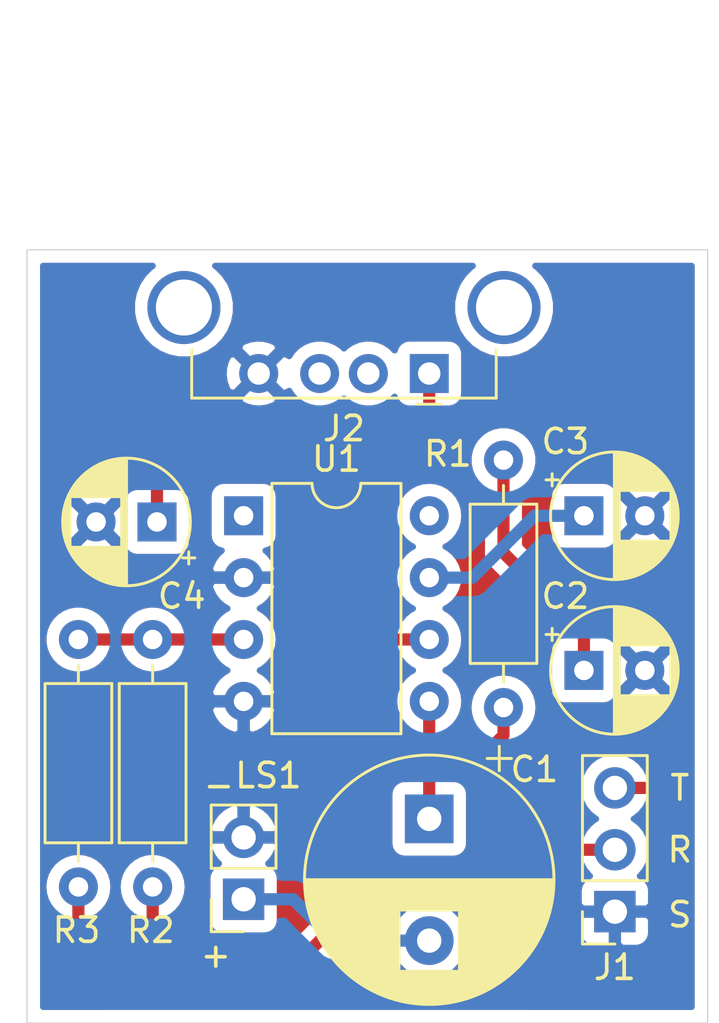
<source format=kicad_pcb>
(kicad_pcb (version 20171130) (host pcbnew "(5.1.4)-1")

  (general
    (thickness 1.6)
    (drawings 9)
    (tracks 60)
    (zones 0)
    (modules 11)
    (nets 15)
  )

  (page A4)
  (layers
    (0 F.Cu signal)
    (31 B.Cu signal)
    (32 B.Adhes user)
    (33 F.Adhes user)
    (34 B.Paste user)
    (35 F.Paste user)
    (36 B.SilkS user)
    (37 F.SilkS user)
    (38 B.Mask user)
    (39 F.Mask user)
    (40 Dwgs.User user)
    (41 Cmts.User user)
    (42 Eco1.User user)
    (43 Eco2.User user)
    (44 Edge.Cuts user)
    (45 Margin user)
    (46 B.CrtYd user)
    (47 F.CrtYd user)
    (48 B.Fab user)
    (49 F.Fab user)
  )

  (setup
    (last_trace_width 0.5)
    (user_trace_width 0.5)
    (user_trace_width 0.75)
    (user_trace_width 1)
    (trace_clearance 0.2)
    (zone_clearance 0.508)
    (zone_45_only no)
    (trace_min 0.2)
    (via_size 0.8)
    (via_drill 0.4)
    (via_min_size 0.4)
    (via_min_drill 0.3)
    (uvia_size 0.3)
    (uvia_drill 0.1)
    (uvias_allowed no)
    (uvia_min_size 0.2)
    (uvia_min_drill 0.1)
    (edge_width 0.05)
    (segment_width 0.2)
    (pcb_text_width 0.3)
    (pcb_text_size 1.5 1.5)
    (mod_edge_width 0.12)
    (mod_text_size 1 1)
    (mod_text_width 0.15)
    (pad_size 1.7 1.7)
    (pad_drill 1)
    (pad_to_mask_clearance 0.051)
    (solder_mask_min_width 0.25)
    (aux_axis_origin 0 0)
    (visible_elements 7FFFFFFF)
    (pcbplotparams
      (layerselection 0x010fc_ffffffff)
      (usegerberextensions false)
      (usegerberattributes false)
      (usegerberadvancedattributes false)
      (creategerberjobfile false)
      (excludeedgelayer true)
      (linewidth 0.100000)
      (plotframeref false)
      (viasonmask false)
      (mode 1)
      (useauxorigin false)
      (hpglpennumber 1)
      (hpglpenspeed 20)
      (hpglpendiameter 15.000000)
      (psnegative false)
      (psa4output false)
      (plotreference true)
      (plotvalue true)
      (plotinvisibletext false)
      (padsonsilk false)
      (subtractmaskfromsilk false)
      (outputformat 1)
      (mirror false)
      (drillshape 1)
      (scaleselection 1)
      (outputdirectory ""))
  )

  (net 0 "")
  (net 1 "Net-(C1-Pad2)")
  (net 2 "Net-(C1-Pad1)")
  (net 3 GND)
  (net 4 "Net-(C3-Pad1)")
  (net 5 +15V)
  (net 6 "Net-(J1-PadR)")
  (net 7 "Net-(R2-Pad1)")
  (net 8 "Net-(J1-PadT)")
  (net 9 "Net-(U1-Pad8)")
  (net 10 "Net-(U1-Pad1)")
  (net 11 "Net-(C2-Pad1)")
  (net 12 "Net-(J2-Pad3)")
  (net 13 "Net-(J2-Pad2)")
  (net 14 "Net-(J2-Pad5)")

  (net_class Default "This is the default net class."
    (clearance 0.2)
    (trace_width 0.25)
    (via_dia 0.8)
    (via_drill 0.4)
    (uvia_dia 0.3)
    (uvia_drill 0.1)
    (add_net +15V)
    (add_net GND)
    (add_net "Net-(C1-Pad1)")
    (add_net "Net-(C1-Pad2)")
    (add_net "Net-(C2-Pad1)")
    (add_net "Net-(C3-Pad1)")
    (add_net "Net-(J1-PadR)")
    (add_net "Net-(J1-PadT)")
    (add_net "Net-(J2-Pad2)")
    (add_net "Net-(J2-Pad3)")
    (add_net "Net-(J2-Pad5)")
    (add_net "Net-(R2-Pad1)")
    (add_net "Net-(U1-Pad1)")
    (add_net "Net-(U1-Pad8)")
  )

  (module Connector_USB:USB_A_Stewart_SS-52100-001_Horizontal (layer F.Cu) (tedit 5EB1C2DA) (tstamp 5EB25D40)
    (at 200.66 60.96 180)
    (descr "USB A connector https://belfuse.com/resources/drawings/stewartconnector/dr-stw-ss-52100-001.pdf")
    (tags "USB_A Female Connector receptacle")
    (path /5EB20FAD)
    (fp_text reference J2 (at 3.5 -2.26 180) (layer F.SilkS)
      (effects (font (size 1 1) (thickness 0.15)))
    )
    (fp_text value USB_A (at 3.5 14.49 180) (layer F.Fab)
      (effects (font (size 1 1) (thickness 0.15)))
    )
    (fp_line (start -5.15 1.99) (end -4.25 0.69) (layer F.CrtYd) (width 0.05))
    (fp_line (start -5.15 3.44) (end -5.15 1.99) (layer F.CrtYd) (width 0.05))
    (fp_line (start -3.25 4.74) (end -4.25 4.74) (layer F.CrtYd) (width 0.05))
    (fp_line (start -5.15 3.44) (end -4.25 4.74) (layer F.CrtYd) (width 0.05))
    (fp_line (start -3.25 0.69) (end -4.25 0.69) (layer F.CrtYd) (width 0.05))
    (fp_line (start 12.15 3.44) (end 11.25 4.74) (layer F.CrtYd) (width 0.05))
    (fp_line (start -3.25 0.69) (end -3.25 -1.51) (layer F.CrtYd) (width 0.05))
    (fp_line (start 10.25 -1.51) (end -3.25 -1.51) (layer F.CrtYd) (width 0.05))
    (fp_line (start 10.25 0.69) (end 10.25 -1.51) (layer F.CrtYd) (width 0.05))
    (fp_line (start 12.15 1.99) (end 12.15 3.44) (layer F.CrtYd) (width 0.05))
    (fp_line (start 10.25 0.69) (end 11.25 0.69) (layer F.CrtYd) (width 0.05))
    (fp_line (start 12.15 1.99) (end 11.25 0.69) (layer F.CrtYd) (width 0.05))
    (fp_line (start 10.75 12.49) (end 10.75 12.99) (layer F.Fab) (width 0.1))
    (fp_line (start 9.75 12.49) (end 10.75 12.49) (layer F.Fab) (width 0.1))
    (fp_line (start -3.75 12.49) (end -2.75 12.49) (layer F.Fab) (width 0.1))
    (fp_line (start -3.75 12.99) (end -3.75 12.49) (layer F.Fab) (width 0.1))
    (fp_line (start -3.75 12.99) (end 10.75 12.99) (layer F.Fab) (width 0.1))
    (fp_line (start -2.75 12.49) (end -2.75 -1.01) (layer F.Fab) (width 0.1))
    (fp_line (start -2.75 -1.01) (end 9.75 -1.01) (layer F.Fab) (width 0.1))
    (fp_line (start 9.75 12.49) (end 9.75 -1.01) (layer F.Fab) (width 0.1))
    (fp_text user %R (at 3.5 5.99 180) (layer F.Fab)
      (effects (font (size 1 1) (thickness 0.15)))
    )
    (fp_line (start 9.75 0.99) (end 9.75 -1.01) (layer F.SilkS) (width 0.12))
    (fp_line (start 9.75 -1.01) (end -2.75 -1.01) (layer F.SilkS) (width 0.12))
    (fp_line (start -2.75 -1.01) (end -2.75 0.99) (layer F.SilkS) (width 0.12))
    (fp_line (start -0.5 -1.26) (end 0.5 -1.26) (layer F.SilkS) (width 0.12))
    (fp_line (start -0.25 -1.01) (end 0 -0.76) (layer F.Fab) (width 0.1))
    (fp_line (start 0 -0.76) (end 0.25 -1.01) (layer F.Fab) (width 0.1))
    (fp_line (start -3.25 4.74) (end -3.25 11.99) (layer F.CrtYd) (width 0.05))
    (fp_line (start -3.25 11.99) (end -4.25 11.99) (layer F.CrtYd) (width 0.05))
    (fp_line (start -4.25 11.99) (end -4.25 13.49) (layer F.CrtYd) (width 0.05))
    (fp_line (start -4.25 13.49) (end 11.25 13.49) (layer F.CrtYd) (width 0.05))
    (fp_line (start 11.25 13.49) (end 11.25 11.99) (layer F.CrtYd) (width 0.05))
    (fp_line (start 11.25 11.99) (end 10.25 11.99) (layer F.CrtYd) (width 0.05))
    (fp_line (start 10.25 11.99) (end 10.25 4.74) (layer F.CrtYd) (width 0.05))
    (fp_line (start 10.25 4.74) (end 11.25 4.74) (layer F.CrtYd) (width 0.05))
    (pad 4 thru_hole circle (at 7 0 180) (size 1.6 1.6) (drill 0.92) (layers *.Cu *.Mask)
      (net 3 GND))
    (pad 3 thru_hole circle (at 4.5 0 180) (size 1.6 1.6) (drill 0.92) (layers *.Cu *.Mask)
      (net 12 "Net-(J2-Pad3)"))
    (pad 2 thru_hole circle (at 2.5 0 180) (size 1.6 1.6) (drill 0.92) (layers *.Cu *.Mask)
      (net 13 "Net-(J2-Pad2)"))
    (pad 1 thru_hole rect (at 0 0 180) (size 1.6 1.6) (drill 0.92) (layers *.Cu *.Mask)
      (net 5 +15V))
    (pad 5 thru_hole circle (at -3.07 2.71 180) (size 3 3) (drill 2.3) (layers *.Cu *.Mask)
      (net 14 "Net-(J2-Pad5)"))
    (pad 5 thru_hole circle (at 10.07 2.71 180) (size 3 3) (drill 2.3) (layers *.Cu *.Mask)
      (net 14 "Net-(J2-Pad5)"))
    (model ${KISYS3DMOD}/Connector_USB.3dshapes/USB_A_Stewart_SS-52100-001_Horizontal.wrl
      (at (xyz 0 0 0))
      (scale (xyz 1 1 1))
      (rotate (xyz 0 0 0))
    )
  )

  (module Resistor_THT:R_Axial_DIN0207_L6.3mm_D2.5mm_P10.16mm_Horizontal (layer F.Cu) (tedit 5AE5139B) (tstamp 5E64F032)
    (at 203.708 64.516 270)
    (descr "Resistor, Axial_DIN0207 series, Axial, Horizontal, pin pitch=10.16mm, 0.25W = 1/4W, length*diameter=6.3*2.5mm^2, http://cdn-reichelt.de/documents/datenblatt/B400/1_4W%23YAG.pdf")
    (tags "Resistor Axial_DIN0207 series Axial Horizontal pin pitch 10.16mm 0.25W = 1/4W length 6.3mm diameter 2.5mm")
    (path /5E64BFF0)
    (fp_text reference R1 (at -0.254 2.286 180) (layer F.SilkS)
      (effects (font (size 1 1) (thickness 0.15)))
    )
    (fp_text value 1k (at 5.08 2.37 90) (layer F.Fab)
      (effects (font (size 1 1) (thickness 0.15)))
    )
    (fp_text user %R (at 5.08 0 90) (layer F.Fab)
      (effects (font (size 1 1) (thickness 0.15)))
    )
    (fp_line (start 11.21 -1.5) (end -1.05 -1.5) (layer F.CrtYd) (width 0.05))
    (fp_line (start 11.21 1.5) (end 11.21 -1.5) (layer F.CrtYd) (width 0.05))
    (fp_line (start -1.05 1.5) (end 11.21 1.5) (layer F.CrtYd) (width 0.05))
    (fp_line (start -1.05 -1.5) (end -1.05 1.5) (layer F.CrtYd) (width 0.05))
    (fp_line (start 9.12 0) (end 8.35 0) (layer F.SilkS) (width 0.12))
    (fp_line (start 1.04 0) (end 1.81 0) (layer F.SilkS) (width 0.12))
    (fp_line (start 8.35 -1.37) (end 1.81 -1.37) (layer F.SilkS) (width 0.12))
    (fp_line (start 8.35 1.37) (end 8.35 -1.37) (layer F.SilkS) (width 0.12))
    (fp_line (start 1.81 1.37) (end 8.35 1.37) (layer F.SilkS) (width 0.12))
    (fp_line (start 1.81 -1.37) (end 1.81 1.37) (layer F.SilkS) (width 0.12))
    (fp_line (start 10.16 0) (end 8.23 0) (layer F.Fab) (width 0.1))
    (fp_line (start 0 0) (end 1.93 0) (layer F.Fab) (width 0.1))
    (fp_line (start 8.23 -1.25) (end 1.93 -1.25) (layer F.Fab) (width 0.1))
    (fp_line (start 8.23 1.25) (end 8.23 -1.25) (layer F.Fab) (width 0.1))
    (fp_line (start 1.93 1.25) (end 8.23 1.25) (layer F.Fab) (width 0.1))
    (fp_line (start 1.93 -1.25) (end 1.93 1.25) (layer F.Fab) (width 0.1))
    (pad 2 thru_hole oval (at 10.16 0 270) (size 1.6 1.6) (drill 0.8) (layers *.Cu *.Mask)
      (net 2 "Net-(C1-Pad1)"))
    (pad 1 thru_hole circle (at 0 0 270) (size 1.6 1.6) (drill 0.8) (layers *.Cu *.Mask)
      (net 11 "Net-(C2-Pad1)"))
    (model ${KISYS3DMOD}/Resistor_THT.3dshapes/R_Axial_DIN0207_L6.3mm_D2.5mm_P10.16mm_Horizontal.wrl
      (at (xyz 0 0 0))
      (scale (xyz 1 1 1))
      (rotate (xyz 0 0 0))
    )
  )

  (module Capacitor_THT:CP_Radial_D5.0mm_P2.50mm (layer F.Cu) (tedit 5AE50EF0) (tstamp 5E64EDB9)
    (at 207.01 73.152)
    (descr "CP, Radial series, Radial, pin pitch=2.50mm, , diameter=5mm, Electrolytic Capacitor")
    (tags "CP Radial series Radial pin pitch 2.50mm  diameter 5mm Electrolytic Capacitor")
    (path /5E64B476)
    (fp_text reference C2 (at -0.762 -3.048) (layer F.SilkS)
      (effects (font (size 1 1) (thickness 0.15)))
    )
    (fp_text value 0.22uF (at 1.25 3.75) (layer F.Fab)
      (effects (font (size 1 1) (thickness 0.15)))
    )
    (fp_text user %R (at 1.25 0) (layer F.Fab)
      (effects (font (size 1 1) (thickness 0.15)))
    )
    (fp_line (start -1.304775 -1.725) (end -1.304775 -1.225) (layer F.SilkS) (width 0.12))
    (fp_line (start -1.554775 -1.475) (end -1.054775 -1.475) (layer F.SilkS) (width 0.12))
    (fp_line (start 3.851 -0.284) (end 3.851 0.284) (layer F.SilkS) (width 0.12))
    (fp_line (start 3.811 -0.518) (end 3.811 0.518) (layer F.SilkS) (width 0.12))
    (fp_line (start 3.771 -0.677) (end 3.771 0.677) (layer F.SilkS) (width 0.12))
    (fp_line (start 3.731 -0.805) (end 3.731 0.805) (layer F.SilkS) (width 0.12))
    (fp_line (start 3.691 -0.915) (end 3.691 0.915) (layer F.SilkS) (width 0.12))
    (fp_line (start 3.651 -1.011) (end 3.651 1.011) (layer F.SilkS) (width 0.12))
    (fp_line (start 3.611 -1.098) (end 3.611 1.098) (layer F.SilkS) (width 0.12))
    (fp_line (start 3.571 -1.178) (end 3.571 1.178) (layer F.SilkS) (width 0.12))
    (fp_line (start 3.531 1.04) (end 3.531 1.251) (layer F.SilkS) (width 0.12))
    (fp_line (start 3.531 -1.251) (end 3.531 -1.04) (layer F.SilkS) (width 0.12))
    (fp_line (start 3.491 1.04) (end 3.491 1.319) (layer F.SilkS) (width 0.12))
    (fp_line (start 3.491 -1.319) (end 3.491 -1.04) (layer F.SilkS) (width 0.12))
    (fp_line (start 3.451 1.04) (end 3.451 1.383) (layer F.SilkS) (width 0.12))
    (fp_line (start 3.451 -1.383) (end 3.451 -1.04) (layer F.SilkS) (width 0.12))
    (fp_line (start 3.411 1.04) (end 3.411 1.443) (layer F.SilkS) (width 0.12))
    (fp_line (start 3.411 -1.443) (end 3.411 -1.04) (layer F.SilkS) (width 0.12))
    (fp_line (start 3.371 1.04) (end 3.371 1.5) (layer F.SilkS) (width 0.12))
    (fp_line (start 3.371 -1.5) (end 3.371 -1.04) (layer F.SilkS) (width 0.12))
    (fp_line (start 3.331 1.04) (end 3.331 1.554) (layer F.SilkS) (width 0.12))
    (fp_line (start 3.331 -1.554) (end 3.331 -1.04) (layer F.SilkS) (width 0.12))
    (fp_line (start 3.291 1.04) (end 3.291 1.605) (layer F.SilkS) (width 0.12))
    (fp_line (start 3.291 -1.605) (end 3.291 -1.04) (layer F.SilkS) (width 0.12))
    (fp_line (start 3.251 1.04) (end 3.251 1.653) (layer F.SilkS) (width 0.12))
    (fp_line (start 3.251 -1.653) (end 3.251 -1.04) (layer F.SilkS) (width 0.12))
    (fp_line (start 3.211 1.04) (end 3.211 1.699) (layer F.SilkS) (width 0.12))
    (fp_line (start 3.211 -1.699) (end 3.211 -1.04) (layer F.SilkS) (width 0.12))
    (fp_line (start 3.171 1.04) (end 3.171 1.743) (layer F.SilkS) (width 0.12))
    (fp_line (start 3.171 -1.743) (end 3.171 -1.04) (layer F.SilkS) (width 0.12))
    (fp_line (start 3.131 1.04) (end 3.131 1.785) (layer F.SilkS) (width 0.12))
    (fp_line (start 3.131 -1.785) (end 3.131 -1.04) (layer F.SilkS) (width 0.12))
    (fp_line (start 3.091 1.04) (end 3.091 1.826) (layer F.SilkS) (width 0.12))
    (fp_line (start 3.091 -1.826) (end 3.091 -1.04) (layer F.SilkS) (width 0.12))
    (fp_line (start 3.051 1.04) (end 3.051 1.864) (layer F.SilkS) (width 0.12))
    (fp_line (start 3.051 -1.864) (end 3.051 -1.04) (layer F.SilkS) (width 0.12))
    (fp_line (start 3.011 1.04) (end 3.011 1.901) (layer F.SilkS) (width 0.12))
    (fp_line (start 3.011 -1.901) (end 3.011 -1.04) (layer F.SilkS) (width 0.12))
    (fp_line (start 2.971 1.04) (end 2.971 1.937) (layer F.SilkS) (width 0.12))
    (fp_line (start 2.971 -1.937) (end 2.971 -1.04) (layer F.SilkS) (width 0.12))
    (fp_line (start 2.931 1.04) (end 2.931 1.971) (layer F.SilkS) (width 0.12))
    (fp_line (start 2.931 -1.971) (end 2.931 -1.04) (layer F.SilkS) (width 0.12))
    (fp_line (start 2.891 1.04) (end 2.891 2.004) (layer F.SilkS) (width 0.12))
    (fp_line (start 2.891 -2.004) (end 2.891 -1.04) (layer F.SilkS) (width 0.12))
    (fp_line (start 2.851 1.04) (end 2.851 2.035) (layer F.SilkS) (width 0.12))
    (fp_line (start 2.851 -2.035) (end 2.851 -1.04) (layer F.SilkS) (width 0.12))
    (fp_line (start 2.811 1.04) (end 2.811 2.065) (layer F.SilkS) (width 0.12))
    (fp_line (start 2.811 -2.065) (end 2.811 -1.04) (layer F.SilkS) (width 0.12))
    (fp_line (start 2.771 1.04) (end 2.771 2.095) (layer F.SilkS) (width 0.12))
    (fp_line (start 2.771 -2.095) (end 2.771 -1.04) (layer F.SilkS) (width 0.12))
    (fp_line (start 2.731 1.04) (end 2.731 2.122) (layer F.SilkS) (width 0.12))
    (fp_line (start 2.731 -2.122) (end 2.731 -1.04) (layer F.SilkS) (width 0.12))
    (fp_line (start 2.691 1.04) (end 2.691 2.149) (layer F.SilkS) (width 0.12))
    (fp_line (start 2.691 -2.149) (end 2.691 -1.04) (layer F.SilkS) (width 0.12))
    (fp_line (start 2.651 1.04) (end 2.651 2.175) (layer F.SilkS) (width 0.12))
    (fp_line (start 2.651 -2.175) (end 2.651 -1.04) (layer F.SilkS) (width 0.12))
    (fp_line (start 2.611 1.04) (end 2.611 2.2) (layer F.SilkS) (width 0.12))
    (fp_line (start 2.611 -2.2) (end 2.611 -1.04) (layer F.SilkS) (width 0.12))
    (fp_line (start 2.571 1.04) (end 2.571 2.224) (layer F.SilkS) (width 0.12))
    (fp_line (start 2.571 -2.224) (end 2.571 -1.04) (layer F.SilkS) (width 0.12))
    (fp_line (start 2.531 1.04) (end 2.531 2.247) (layer F.SilkS) (width 0.12))
    (fp_line (start 2.531 -2.247) (end 2.531 -1.04) (layer F.SilkS) (width 0.12))
    (fp_line (start 2.491 1.04) (end 2.491 2.268) (layer F.SilkS) (width 0.12))
    (fp_line (start 2.491 -2.268) (end 2.491 -1.04) (layer F.SilkS) (width 0.12))
    (fp_line (start 2.451 1.04) (end 2.451 2.29) (layer F.SilkS) (width 0.12))
    (fp_line (start 2.451 -2.29) (end 2.451 -1.04) (layer F.SilkS) (width 0.12))
    (fp_line (start 2.411 1.04) (end 2.411 2.31) (layer F.SilkS) (width 0.12))
    (fp_line (start 2.411 -2.31) (end 2.411 -1.04) (layer F.SilkS) (width 0.12))
    (fp_line (start 2.371 1.04) (end 2.371 2.329) (layer F.SilkS) (width 0.12))
    (fp_line (start 2.371 -2.329) (end 2.371 -1.04) (layer F.SilkS) (width 0.12))
    (fp_line (start 2.331 1.04) (end 2.331 2.348) (layer F.SilkS) (width 0.12))
    (fp_line (start 2.331 -2.348) (end 2.331 -1.04) (layer F.SilkS) (width 0.12))
    (fp_line (start 2.291 1.04) (end 2.291 2.365) (layer F.SilkS) (width 0.12))
    (fp_line (start 2.291 -2.365) (end 2.291 -1.04) (layer F.SilkS) (width 0.12))
    (fp_line (start 2.251 1.04) (end 2.251 2.382) (layer F.SilkS) (width 0.12))
    (fp_line (start 2.251 -2.382) (end 2.251 -1.04) (layer F.SilkS) (width 0.12))
    (fp_line (start 2.211 1.04) (end 2.211 2.398) (layer F.SilkS) (width 0.12))
    (fp_line (start 2.211 -2.398) (end 2.211 -1.04) (layer F.SilkS) (width 0.12))
    (fp_line (start 2.171 1.04) (end 2.171 2.414) (layer F.SilkS) (width 0.12))
    (fp_line (start 2.171 -2.414) (end 2.171 -1.04) (layer F.SilkS) (width 0.12))
    (fp_line (start 2.131 1.04) (end 2.131 2.428) (layer F.SilkS) (width 0.12))
    (fp_line (start 2.131 -2.428) (end 2.131 -1.04) (layer F.SilkS) (width 0.12))
    (fp_line (start 2.091 1.04) (end 2.091 2.442) (layer F.SilkS) (width 0.12))
    (fp_line (start 2.091 -2.442) (end 2.091 -1.04) (layer F.SilkS) (width 0.12))
    (fp_line (start 2.051 1.04) (end 2.051 2.455) (layer F.SilkS) (width 0.12))
    (fp_line (start 2.051 -2.455) (end 2.051 -1.04) (layer F.SilkS) (width 0.12))
    (fp_line (start 2.011 1.04) (end 2.011 2.468) (layer F.SilkS) (width 0.12))
    (fp_line (start 2.011 -2.468) (end 2.011 -1.04) (layer F.SilkS) (width 0.12))
    (fp_line (start 1.971 1.04) (end 1.971 2.48) (layer F.SilkS) (width 0.12))
    (fp_line (start 1.971 -2.48) (end 1.971 -1.04) (layer F.SilkS) (width 0.12))
    (fp_line (start 1.93 1.04) (end 1.93 2.491) (layer F.SilkS) (width 0.12))
    (fp_line (start 1.93 -2.491) (end 1.93 -1.04) (layer F.SilkS) (width 0.12))
    (fp_line (start 1.89 1.04) (end 1.89 2.501) (layer F.SilkS) (width 0.12))
    (fp_line (start 1.89 -2.501) (end 1.89 -1.04) (layer F.SilkS) (width 0.12))
    (fp_line (start 1.85 1.04) (end 1.85 2.511) (layer F.SilkS) (width 0.12))
    (fp_line (start 1.85 -2.511) (end 1.85 -1.04) (layer F.SilkS) (width 0.12))
    (fp_line (start 1.81 1.04) (end 1.81 2.52) (layer F.SilkS) (width 0.12))
    (fp_line (start 1.81 -2.52) (end 1.81 -1.04) (layer F.SilkS) (width 0.12))
    (fp_line (start 1.77 1.04) (end 1.77 2.528) (layer F.SilkS) (width 0.12))
    (fp_line (start 1.77 -2.528) (end 1.77 -1.04) (layer F.SilkS) (width 0.12))
    (fp_line (start 1.73 1.04) (end 1.73 2.536) (layer F.SilkS) (width 0.12))
    (fp_line (start 1.73 -2.536) (end 1.73 -1.04) (layer F.SilkS) (width 0.12))
    (fp_line (start 1.69 1.04) (end 1.69 2.543) (layer F.SilkS) (width 0.12))
    (fp_line (start 1.69 -2.543) (end 1.69 -1.04) (layer F.SilkS) (width 0.12))
    (fp_line (start 1.65 1.04) (end 1.65 2.55) (layer F.SilkS) (width 0.12))
    (fp_line (start 1.65 -2.55) (end 1.65 -1.04) (layer F.SilkS) (width 0.12))
    (fp_line (start 1.61 1.04) (end 1.61 2.556) (layer F.SilkS) (width 0.12))
    (fp_line (start 1.61 -2.556) (end 1.61 -1.04) (layer F.SilkS) (width 0.12))
    (fp_line (start 1.57 1.04) (end 1.57 2.561) (layer F.SilkS) (width 0.12))
    (fp_line (start 1.57 -2.561) (end 1.57 -1.04) (layer F.SilkS) (width 0.12))
    (fp_line (start 1.53 1.04) (end 1.53 2.565) (layer F.SilkS) (width 0.12))
    (fp_line (start 1.53 -2.565) (end 1.53 -1.04) (layer F.SilkS) (width 0.12))
    (fp_line (start 1.49 1.04) (end 1.49 2.569) (layer F.SilkS) (width 0.12))
    (fp_line (start 1.49 -2.569) (end 1.49 -1.04) (layer F.SilkS) (width 0.12))
    (fp_line (start 1.45 -2.573) (end 1.45 2.573) (layer F.SilkS) (width 0.12))
    (fp_line (start 1.41 -2.576) (end 1.41 2.576) (layer F.SilkS) (width 0.12))
    (fp_line (start 1.37 -2.578) (end 1.37 2.578) (layer F.SilkS) (width 0.12))
    (fp_line (start 1.33 -2.579) (end 1.33 2.579) (layer F.SilkS) (width 0.12))
    (fp_line (start 1.29 -2.58) (end 1.29 2.58) (layer F.SilkS) (width 0.12))
    (fp_line (start 1.25 -2.58) (end 1.25 2.58) (layer F.SilkS) (width 0.12))
    (fp_line (start -0.633605 -1.3375) (end -0.633605 -0.8375) (layer F.Fab) (width 0.1))
    (fp_line (start -0.883605 -1.0875) (end -0.383605 -1.0875) (layer F.Fab) (width 0.1))
    (fp_circle (center 1.25 0) (end 4 0) (layer F.CrtYd) (width 0.05))
    (fp_circle (center 1.25 0) (end 3.87 0) (layer F.SilkS) (width 0.12))
    (fp_circle (center 1.25 0) (end 3.75 0) (layer F.Fab) (width 0.1))
    (pad 2 thru_hole circle (at 2.5 0) (size 1.6 1.6) (drill 0.8) (layers *.Cu *.Mask)
      (net 3 GND))
    (pad 1 thru_hole rect (at 0 0) (size 1.6 1.6) (drill 0.8) (layers *.Cu *.Mask)
      (net 11 "Net-(C2-Pad1)"))
    (model ${KISYS3DMOD}/Capacitor_THT.3dshapes/CP_Radial_D5.0mm_P2.50mm.wrl
      (at (xyz 0 0 0))
      (scale (xyz 1 1 1))
      (rotate (xyz 0 0 0))
    )
  )

  (module Resistor_THT:R_Axial_DIN0207_L6.3mm_D2.5mm_P10.16mm_Horizontal (layer F.Cu) (tedit 5AE5139B) (tstamp 5E64D4D2)
    (at 189.3062 71.882 270)
    (descr "Resistor, Axial_DIN0207 series, Axial, Horizontal, pin pitch=10.16mm, 0.25W = 1/4W, length*diameter=6.3*2.5mm^2, http://cdn-reichelt.de/documents/datenblatt/B400/1_4W%23YAG.pdf")
    (tags "Resistor Axial_DIN0207 series Axial Horizontal pin pitch 10.16mm 0.25W = 1/4W length 6.3mm diameter 2.5mm")
    (path /5E5E2DE3)
    (fp_text reference R2 (at 11.938 0.0762 180) (layer F.SilkS)
      (effects (font (size 1 1) (thickness 0.15)))
    )
    (fp_text value 1k (at 5.08 2.37 90) (layer F.Fab)
      (effects (font (size 1 1) (thickness 0.15)))
    )
    (fp_text user %R (at 5.08 0 90) (layer F.Fab)
      (effects (font (size 1 1) (thickness 0.15)))
    )
    (fp_line (start 11.21 -1.5) (end -1.05 -1.5) (layer F.CrtYd) (width 0.05))
    (fp_line (start 11.21 1.5) (end 11.21 -1.5) (layer F.CrtYd) (width 0.05))
    (fp_line (start -1.05 1.5) (end 11.21 1.5) (layer F.CrtYd) (width 0.05))
    (fp_line (start -1.05 -1.5) (end -1.05 1.5) (layer F.CrtYd) (width 0.05))
    (fp_line (start 9.12 0) (end 8.35 0) (layer F.SilkS) (width 0.12))
    (fp_line (start 1.04 0) (end 1.81 0) (layer F.SilkS) (width 0.12))
    (fp_line (start 8.35 -1.37) (end 1.81 -1.37) (layer F.SilkS) (width 0.12))
    (fp_line (start 8.35 1.37) (end 8.35 -1.37) (layer F.SilkS) (width 0.12))
    (fp_line (start 1.81 1.37) (end 8.35 1.37) (layer F.SilkS) (width 0.12))
    (fp_line (start 1.81 -1.37) (end 1.81 1.37) (layer F.SilkS) (width 0.12))
    (fp_line (start 10.16 0) (end 8.23 0) (layer F.Fab) (width 0.1))
    (fp_line (start 0 0) (end 1.93 0) (layer F.Fab) (width 0.1))
    (fp_line (start 8.23 -1.25) (end 1.93 -1.25) (layer F.Fab) (width 0.1))
    (fp_line (start 8.23 1.25) (end 8.23 -1.25) (layer F.Fab) (width 0.1))
    (fp_line (start 1.93 1.25) (end 8.23 1.25) (layer F.Fab) (width 0.1))
    (fp_line (start 1.93 -1.25) (end 1.93 1.25) (layer F.Fab) (width 0.1))
    (pad 2 thru_hole oval (at 10.16 0 270) (size 1.6 1.6) (drill 0.8) (layers *.Cu *.Mask)
      (net 6 "Net-(J1-PadR)"))
    (pad 1 thru_hole circle (at 0 0 270) (size 1.6 1.6) (drill 0.8) (layers *.Cu *.Mask)
      (net 7 "Net-(R2-Pad1)"))
    (model ${KISYS3DMOD}/Resistor_THT.3dshapes/R_Axial_DIN0207_L6.3mm_D2.5mm_P10.16mm_Horizontal.wrl
      (at (xyz 0 0 0))
      (scale (xyz 1 1 1))
      (rotate (xyz 0 0 0))
    )
  )

  (module Package_DIP:DIP-8_W7.62mm (layer F.Cu) (tedit 5A02E8C5) (tstamp 5E64D505)
    (at 193.04 66.802)
    (descr "8-lead though-hole mounted DIP package, row spacing 7.62 mm (300 mils)")
    (tags "THT DIP DIL PDIP 2.54mm 7.62mm 300mil")
    (path /5E5E0B81)
    (fp_text reference U1 (at 3.81 -2.33) (layer F.SilkS)
      (effects (font (size 1 1) (thickness 0.15)))
    )
    (fp_text value LM386 (at 3.81 9.95) (layer F.Fab)
      (effects (font (size 1 1) (thickness 0.15)))
    )
    (fp_text user %R (at 3.81 3.81) (layer F.Fab)
      (effects (font (size 1 1) (thickness 0.15)))
    )
    (fp_line (start 8.7 -1.55) (end -1.1 -1.55) (layer F.CrtYd) (width 0.05))
    (fp_line (start 8.7 9.15) (end 8.7 -1.55) (layer F.CrtYd) (width 0.05))
    (fp_line (start -1.1 9.15) (end 8.7 9.15) (layer F.CrtYd) (width 0.05))
    (fp_line (start -1.1 -1.55) (end -1.1 9.15) (layer F.CrtYd) (width 0.05))
    (fp_line (start 6.46 -1.33) (end 4.81 -1.33) (layer F.SilkS) (width 0.12))
    (fp_line (start 6.46 8.95) (end 6.46 -1.33) (layer F.SilkS) (width 0.12))
    (fp_line (start 1.16 8.95) (end 6.46 8.95) (layer F.SilkS) (width 0.12))
    (fp_line (start 1.16 -1.33) (end 1.16 8.95) (layer F.SilkS) (width 0.12))
    (fp_line (start 2.81 -1.33) (end 1.16 -1.33) (layer F.SilkS) (width 0.12))
    (fp_line (start 0.635 -0.27) (end 1.635 -1.27) (layer F.Fab) (width 0.1))
    (fp_line (start 0.635 8.89) (end 0.635 -0.27) (layer F.Fab) (width 0.1))
    (fp_line (start 6.985 8.89) (end 0.635 8.89) (layer F.Fab) (width 0.1))
    (fp_line (start 6.985 -1.27) (end 6.985 8.89) (layer F.Fab) (width 0.1))
    (fp_line (start 1.635 -1.27) (end 6.985 -1.27) (layer F.Fab) (width 0.1))
    (fp_arc (start 3.81 -1.33) (end 2.81 -1.33) (angle -180) (layer F.SilkS) (width 0.12))
    (pad 8 thru_hole oval (at 7.62 0) (size 1.6 1.6) (drill 0.8) (layers *.Cu *.Mask)
      (net 9 "Net-(U1-Pad8)"))
    (pad 4 thru_hole oval (at 0 7.62) (size 1.6 1.6) (drill 0.8) (layers *.Cu *.Mask)
      (net 3 GND))
    (pad 7 thru_hole oval (at 7.62 2.54) (size 1.6 1.6) (drill 0.8) (layers *.Cu *.Mask)
      (net 4 "Net-(C3-Pad1)"))
    (pad 3 thru_hole oval (at 0 5.08) (size 1.6 1.6) (drill 0.8) (layers *.Cu *.Mask)
      (net 7 "Net-(R2-Pad1)"))
    (pad 6 thru_hole oval (at 7.62 5.08) (size 1.6 1.6) (drill 0.8) (layers *.Cu *.Mask)
      (net 5 +15V))
    (pad 2 thru_hole oval (at 0 2.54) (size 1.6 1.6) (drill 0.8) (layers *.Cu *.Mask)
      (net 3 GND))
    (pad 5 thru_hole oval (at 7.62 7.62) (size 1.6 1.6) (drill 0.8) (layers *.Cu *.Mask)
      (net 2 "Net-(C1-Pad1)"))
    (pad 1 thru_hole rect (at 0 0) (size 1.6 1.6) (drill 0.8) (layers *.Cu *.Mask)
      (net 10 "Net-(U1-Pad1)"))
    (model ${KISYS3DMOD}/Package_DIP.3dshapes/DIP-8_W7.62mm.wrl
      (at (xyz 0 0 0))
      (scale (xyz 1 1 1))
      (rotate (xyz 0 0 0))
    )
  )

  (module Resistor_THT:R_Axial_DIN0207_L6.3mm_D2.5mm_P10.16mm_Horizontal (layer F.Cu) (tedit 5AE5139B) (tstamp 5E64D4E9)
    (at 186.2582 71.882 270)
    (descr "Resistor, Axial_DIN0207 series, Axial, Horizontal, pin pitch=10.16mm, 0.25W = 1/4W, length*diameter=6.3*2.5mm^2, http://cdn-reichelt.de/documents/datenblatt/B400/1_4W%23YAG.pdf")
    (tags "Resistor Axial_DIN0207 series Axial Horizontal pin pitch 10.16mm 0.25W = 1/4W length 6.3mm diameter 2.5mm")
    (path /5E5E2041)
    (fp_text reference R3 (at 11.938 0.0762 180) (layer F.SilkS)
      (effects (font (size 1 1) (thickness 0.15)))
    )
    (fp_text value 1k (at 5.08 2.37 90) (layer F.Fab)
      (effects (font (size 1 1) (thickness 0.15)))
    )
    (fp_text user %R (at 5.08 0 90) (layer F.Fab)
      (effects (font (size 1 1) (thickness 0.15)))
    )
    (fp_line (start 11.21 -1.5) (end -1.05 -1.5) (layer F.CrtYd) (width 0.05))
    (fp_line (start 11.21 1.5) (end 11.21 -1.5) (layer F.CrtYd) (width 0.05))
    (fp_line (start -1.05 1.5) (end 11.21 1.5) (layer F.CrtYd) (width 0.05))
    (fp_line (start -1.05 -1.5) (end -1.05 1.5) (layer F.CrtYd) (width 0.05))
    (fp_line (start 9.12 0) (end 8.35 0) (layer F.SilkS) (width 0.12))
    (fp_line (start 1.04 0) (end 1.81 0) (layer F.SilkS) (width 0.12))
    (fp_line (start 8.35 -1.37) (end 1.81 -1.37) (layer F.SilkS) (width 0.12))
    (fp_line (start 8.35 1.37) (end 8.35 -1.37) (layer F.SilkS) (width 0.12))
    (fp_line (start 1.81 1.37) (end 8.35 1.37) (layer F.SilkS) (width 0.12))
    (fp_line (start 1.81 -1.37) (end 1.81 1.37) (layer F.SilkS) (width 0.12))
    (fp_line (start 10.16 0) (end 8.23 0) (layer F.Fab) (width 0.1))
    (fp_line (start 0 0) (end 1.93 0) (layer F.Fab) (width 0.1))
    (fp_line (start 8.23 -1.25) (end 1.93 -1.25) (layer F.Fab) (width 0.1))
    (fp_line (start 8.23 1.25) (end 8.23 -1.25) (layer F.Fab) (width 0.1))
    (fp_line (start 1.93 1.25) (end 8.23 1.25) (layer F.Fab) (width 0.1))
    (fp_line (start 1.93 -1.25) (end 1.93 1.25) (layer F.Fab) (width 0.1))
    (pad 2 thru_hole oval (at 10.16 0 270) (size 1.6 1.6) (drill 0.8) (layers *.Cu *.Mask)
      (net 8 "Net-(J1-PadT)"))
    (pad 1 thru_hole circle (at 0 0 270) (size 1.6 1.6) (drill 0.8) (layers *.Cu *.Mask)
      (net 7 "Net-(R2-Pad1)"))
    (model ${KISYS3DMOD}/Resistor_THT.3dshapes/R_Axial_DIN0207_L6.3mm_D2.5mm_P10.16mm_Horizontal.wrl
      (at (xyz 0 0 0))
      (scale (xyz 1 1 1))
      (rotate (xyz 0 0 0))
    )
  )

  (module Connector_PinSocket_2.54mm:PinSocket_1x02_P2.54mm_Vertical (layer F.Cu) (tedit 5A19A420) (tstamp 5E64D4BB)
    (at 193.04 82.55 180)
    (descr "Through hole straight socket strip, 1x02, 2.54mm pitch, single row (from Kicad 4.0.7), script generated")
    (tags "Through hole socket strip THT 1x02 2.54mm single row")
    (path /5E5DF015)
    (fp_text reference LS1 (at -1.016 5.08) (layer F.SilkS)
      (effects (font (size 1 1) (thickness 0.15)))
    )
    (fp_text value PLS-P830985 (at 0 5.31) (layer F.Fab)
      (effects (font (size 1 1) (thickness 0.15)))
    )
    (fp_text user %R (at 0 1.27 90) (layer F.Fab)
      (effects (font (size 1 1) (thickness 0.15)))
    )
    (fp_line (start -1.8 4.3) (end -1.8 -1.8) (layer F.CrtYd) (width 0.05))
    (fp_line (start 1.75 4.3) (end -1.8 4.3) (layer F.CrtYd) (width 0.05))
    (fp_line (start 1.75 -1.8) (end 1.75 4.3) (layer F.CrtYd) (width 0.05))
    (fp_line (start -1.8 -1.8) (end 1.75 -1.8) (layer F.CrtYd) (width 0.05))
    (fp_line (start 0 -1.33) (end 1.33 -1.33) (layer F.SilkS) (width 0.12))
    (fp_line (start 1.33 -1.33) (end 1.33 0) (layer F.SilkS) (width 0.12))
    (fp_line (start 1.33 1.27) (end 1.33 3.87) (layer F.SilkS) (width 0.12))
    (fp_line (start -1.33 3.87) (end 1.33 3.87) (layer F.SilkS) (width 0.12))
    (fp_line (start -1.33 1.27) (end -1.33 3.87) (layer F.SilkS) (width 0.12))
    (fp_line (start -1.33 1.27) (end 1.33 1.27) (layer F.SilkS) (width 0.12))
    (fp_line (start -1.27 3.81) (end -1.27 -1.27) (layer F.Fab) (width 0.1))
    (fp_line (start 1.27 3.81) (end -1.27 3.81) (layer F.Fab) (width 0.1))
    (fp_line (start 1.27 -0.635) (end 1.27 3.81) (layer F.Fab) (width 0.1))
    (fp_line (start 0.635 -1.27) (end 1.27 -0.635) (layer F.Fab) (width 0.1))
    (fp_line (start -1.27 -1.27) (end 0.635 -1.27) (layer F.Fab) (width 0.1))
    (pad 2 thru_hole oval (at 0 2.54 180) (size 1.7 1.7) (drill 1) (layers *.Cu *.Mask)
      (net 3 GND))
    (pad 1 thru_hole rect (at 0 0 180) (size 1.7 1.7) (drill 1) (layers *.Cu *.Mask)
      (net 1 "Net-(C1-Pad2)"))
    (model ${KISYS3DMOD}/Connector_PinSocket_2.54mm.3dshapes/PinSocket_1x02_P2.54mm_Vertical.wrl
      (at (xyz 0 0 0))
      (scale (xyz 1 1 1))
      (rotate (xyz 0 0 0))
    )
  )

  (module Connector_PinSocket_2.54mm:PinSocket_1x03_P2.54mm_Vertical (layer F.Cu) (tedit 5EB1A4AC) (tstamp 5E64D4A5)
    (at 208.28 83.058 180)
    (descr "Through hole straight socket strip, 1x03, 2.54mm pitch, single row (from Kicad 4.0.7), script generated")
    (tags "Through hole socket strip THT 1x03 2.54mm single row")
    (path /5E5DFD44)
    (fp_text reference J1 (at 0 -2.286) (layer F.SilkS)
      (effects (font (size 1 1) (thickness 0.15)))
    )
    (fp_text value AudioJack3 (at 0 7.85) (layer F.Fab)
      (effects (font (size 1 1) (thickness 0.15)))
    )
    (fp_text user %R (at 0 2.54 90) (layer F.Fab)
      (effects (font (size 1 1) (thickness 0.15)))
    )
    (fp_line (start -1.8 6.85) (end -1.8 -1.8) (layer F.CrtYd) (width 0.05))
    (fp_line (start 1.75 6.85) (end -1.8 6.85) (layer F.CrtYd) (width 0.05))
    (fp_line (start 1.75 -1.8) (end 1.75 6.85) (layer F.CrtYd) (width 0.05))
    (fp_line (start -1.8 -1.8) (end 1.75 -1.8) (layer F.CrtYd) (width 0.05))
    (fp_line (start 0 -1.33) (end 1.33 -1.33) (layer F.SilkS) (width 0.12))
    (fp_line (start 1.33 -1.33) (end 1.33 0) (layer F.SilkS) (width 0.12))
    (fp_line (start 1.33 1.27) (end 1.33 6.41) (layer F.SilkS) (width 0.12))
    (fp_line (start -1.33 6.41) (end 1.33 6.41) (layer F.SilkS) (width 0.12))
    (fp_line (start -1.33 1.27) (end -1.33 6.41) (layer F.SilkS) (width 0.12))
    (fp_line (start -1.33 1.27) (end 1.33 1.27) (layer F.SilkS) (width 0.12))
    (fp_line (start -1.27 6.35) (end -1.27 -1.27) (layer F.Fab) (width 0.1))
    (fp_line (start 1.27 6.35) (end -1.27 6.35) (layer F.Fab) (width 0.1))
    (fp_line (start 1.27 -0.635) (end 1.27 6.35) (layer F.Fab) (width 0.1))
    (fp_line (start 0.635 -1.27) (end 1.27 -0.635) (layer F.Fab) (width 0.1))
    (fp_line (start -1.27 -1.27) (end 0.635 -1.27) (layer F.Fab) (width 0.1))
    (pad T thru_hole oval (at 0 5.08 180) (size 1.7 1.7) (drill 1) (layers *.Cu *.Mask)
      (net 8 "Net-(J1-PadT)"))
    (pad R thru_hole oval (at 0 2.54 180) (size 1.7 1.7) (drill 1) (layers *.Cu *.Mask)
      (net 6 "Net-(J1-PadR)"))
    (pad S thru_hole rect (at 0 0 180) (size 1.7 1.7) (drill 1) (layers *.Cu *.Mask)
      (net 3 GND))
    (model ${KISYS3DMOD}/Connector_PinSocket_2.54mm.3dshapes/PinSocket_1x03_P2.54mm_Vertical.wrl
      (at (xyz 0 0 0))
      (scale (xyz 1 1 1))
      (rotate (xyz 0 0 0))
    )
  )

  (module Capacitor_THT:CP_Radial_D5.0mm_P2.50mm (layer F.Cu) (tedit 5AE50EF0) (tstamp 5E64D48E)
    (at 189.484 67.056 180)
    (descr "CP, Radial series, Radial, pin pitch=2.50mm, , diameter=5mm, Electrolytic Capacitor")
    (tags "CP Radial series Radial pin pitch 2.50mm  diameter 5mm Electrolytic Capacitor")
    (path /5E5E9027)
    (fp_text reference C4 (at -1.016 -3.048) (layer F.SilkS)
      (effects (font (size 1 1) (thickness 0.15)))
    )
    (fp_text value 100uF (at 1.25 3.75) (layer F.Fab)
      (effects (font (size 1 1) (thickness 0.15)))
    )
    (fp_text user %R (at 1.25 0) (layer F.Fab)
      (effects (font (size 1 1) (thickness 0.15)))
    )
    (fp_line (start -1.304775 -1.725) (end -1.304775 -1.225) (layer F.SilkS) (width 0.12))
    (fp_line (start -1.554775 -1.475) (end -1.054775 -1.475) (layer F.SilkS) (width 0.12))
    (fp_line (start 3.851 -0.284) (end 3.851 0.284) (layer F.SilkS) (width 0.12))
    (fp_line (start 3.811 -0.518) (end 3.811 0.518) (layer F.SilkS) (width 0.12))
    (fp_line (start 3.771 -0.677) (end 3.771 0.677) (layer F.SilkS) (width 0.12))
    (fp_line (start 3.731 -0.805) (end 3.731 0.805) (layer F.SilkS) (width 0.12))
    (fp_line (start 3.691 -0.915) (end 3.691 0.915) (layer F.SilkS) (width 0.12))
    (fp_line (start 3.651 -1.011) (end 3.651 1.011) (layer F.SilkS) (width 0.12))
    (fp_line (start 3.611 -1.098) (end 3.611 1.098) (layer F.SilkS) (width 0.12))
    (fp_line (start 3.571 -1.178) (end 3.571 1.178) (layer F.SilkS) (width 0.12))
    (fp_line (start 3.531 1.04) (end 3.531 1.251) (layer F.SilkS) (width 0.12))
    (fp_line (start 3.531 -1.251) (end 3.531 -1.04) (layer F.SilkS) (width 0.12))
    (fp_line (start 3.491 1.04) (end 3.491 1.319) (layer F.SilkS) (width 0.12))
    (fp_line (start 3.491 -1.319) (end 3.491 -1.04) (layer F.SilkS) (width 0.12))
    (fp_line (start 3.451 1.04) (end 3.451 1.383) (layer F.SilkS) (width 0.12))
    (fp_line (start 3.451 -1.383) (end 3.451 -1.04) (layer F.SilkS) (width 0.12))
    (fp_line (start 3.411 1.04) (end 3.411 1.443) (layer F.SilkS) (width 0.12))
    (fp_line (start 3.411 -1.443) (end 3.411 -1.04) (layer F.SilkS) (width 0.12))
    (fp_line (start 3.371 1.04) (end 3.371 1.5) (layer F.SilkS) (width 0.12))
    (fp_line (start 3.371 -1.5) (end 3.371 -1.04) (layer F.SilkS) (width 0.12))
    (fp_line (start 3.331 1.04) (end 3.331 1.554) (layer F.SilkS) (width 0.12))
    (fp_line (start 3.331 -1.554) (end 3.331 -1.04) (layer F.SilkS) (width 0.12))
    (fp_line (start 3.291 1.04) (end 3.291 1.605) (layer F.SilkS) (width 0.12))
    (fp_line (start 3.291 -1.605) (end 3.291 -1.04) (layer F.SilkS) (width 0.12))
    (fp_line (start 3.251 1.04) (end 3.251 1.653) (layer F.SilkS) (width 0.12))
    (fp_line (start 3.251 -1.653) (end 3.251 -1.04) (layer F.SilkS) (width 0.12))
    (fp_line (start 3.211 1.04) (end 3.211 1.699) (layer F.SilkS) (width 0.12))
    (fp_line (start 3.211 -1.699) (end 3.211 -1.04) (layer F.SilkS) (width 0.12))
    (fp_line (start 3.171 1.04) (end 3.171 1.743) (layer F.SilkS) (width 0.12))
    (fp_line (start 3.171 -1.743) (end 3.171 -1.04) (layer F.SilkS) (width 0.12))
    (fp_line (start 3.131 1.04) (end 3.131 1.785) (layer F.SilkS) (width 0.12))
    (fp_line (start 3.131 -1.785) (end 3.131 -1.04) (layer F.SilkS) (width 0.12))
    (fp_line (start 3.091 1.04) (end 3.091 1.826) (layer F.SilkS) (width 0.12))
    (fp_line (start 3.091 -1.826) (end 3.091 -1.04) (layer F.SilkS) (width 0.12))
    (fp_line (start 3.051 1.04) (end 3.051 1.864) (layer F.SilkS) (width 0.12))
    (fp_line (start 3.051 -1.864) (end 3.051 -1.04) (layer F.SilkS) (width 0.12))
    (fp_line (start 3.011 1.04) (end 3.011 1.901) (layer F.SilkS) (width 0.12))
    (fp_line (start 3.011 -1.901) (end 3.011 -1.04) (layer F.SilkS) (width 0.12))
    (fp_line (start 2.971 1.04) (end 2.971 1.937) (layer F.SilkS) (width 0.12))
    (fp_line (start 2.971 -1.937) (end 2.971 -1.04) (layer F.SilkS) (width 0.12))
    (fp_line (start 2.931 1.04) (end 2.931 1.971) (layer F.SilkS) (width 0.12))
    (fp_line (start 2.931 -1.971) (end 2.931 -1.04) (layer F.SilkS) (width 0.12))
    (fp_line (start 2.891 1.04) (end 2.891 2.004) (layer F.SilkS) (width 0.12))
    (fp_line (start 2.891 -2.004) (end 2.891 -1.04) (layer F.SilkS) (width 0.12))
    (fp_line (start 2.851 1.04) (end 2.851 2.035) (layer F.SilkS) (width 0.12))
    (fp_line (start 2.851 -2.035) (end 2.851 -1.04) (layer F.SilkS) (width 0.12))
    (fp_line (start 2.811 1.04) (end 2.811 2.065) (layer F.SilkS) (width 0.12))
    (fp_line (start 2.811 -2.065) (end 2.811 -1.04) (layer F.SilkS) (width 0.12))
    (fp_line (start 2.771 1.04) (end 2.771 2.095) (layer F.SilkS) (width 0.12))
    (fp_line (start 2.771 -2.095) (end 2.771 -1.04) (layer F.SilkS) (width 0.12))
    (fp_line (start 2.731 1.04) (end 2.731 2.122) (layer F.SilkS) (width 0.12))
    (fp_line (start 2.731 -2.122) (end 2.731 -1.04) (layer F.SilkS) (width 0.12))
    (fp_line (start 2.691 1.04) (end 2.691 2.149) (layer F.SilkS) (width 0.12))
    (fp_line (start 2.691 -2.149) (end 2.691 -1.04) (layer F.SilkS) (width 0.12))
    (fp_line (start 2.651 1.04) (end 2.651 2.175) (layer F.SilkS) (width 0.12))
    (fp_line (start 2.651 -2.175) (end 2.651 -1.04) (layer F.SilkS) (width 0.12))
    (fp_line (start 2.611 1.04) (end 2.611 2.2) (layer F.SilkS) (width 0.12))
    (fp_line (start 2.611 -2.2) (end 2.611 -1.04) (layer F.SilkS) (width 0.12))
    (fp_line (start 2.571 1.04) (end 2.571 2.224) (layer F.SilkS) (width 0.12))
    (fp_line (start 2.571 -2.224) (end 2.571 -1.04) (layer F.SilkS) (width 0.12))
    (fp_line (start 2.531 1.04) (end 2.531 2.247) (layer F.SilkS) (width 0.12))
    (fp_line (start 2.531 -2.247) (end 2.531 -1.04) (layer F.SilkS) (width 0.12))
    (fp_line (start 2.491 1.04) (end 2.491 2.268) (layer F.SilkS) (width 0.12))
    (fp_line (start 2.491 -2.268) (end 2.491 -1.04) (layer F.SilkS) (width 0.12))
    (fp_line (start 2.451 1.04) (end 2.451 2.29) (layer F.SilkS) (width 0.12))
    (fp_line (start 2.451 -2.29) (end 2.451 -1.04) (layer F.SilkS) (width 0.12))
    (fp_line (start 2.411 1.04) (end 2.411 2.31) (layer F.SilkS) (width 0.12))
    (fp_line (start 2.411 -2.31) (end 2.411 -1.04) (layer F.SilkS) (width 0.12))
    (fp_line (start 2.371 1.04) (end 2.371 2.329) (layer F.SilkS) (width 0.12))
    (fp_line (start 2.371 -2.329) (end 2.371 -1.04) (layer F.SilkS) (width 0.12))
    (fp_line (start 2.331 1.04) (end 2.331 2.348) (layer F.SilkS) (width 0.12))
    (fp_line (start 2.331 -2.348) (end 2.331 -1.04) (layer F.SilkS) (width 0.12))
    (fp_line (start 2.291 1.04) (end 2.291 2.365) (layer F.SilkS) (width 0.12))
    (fp_line (start 2.291 -2.365) (end 2.291 -1.04) (layer F.SilkS) (width 0.12))
    (fp_line (start 2.251 1.04) (end 2.251 2.382) (layer F.SilkS) (width 0.12))
    (fp_line (start 2.251 -2.382) (end 2.251 -1.04) (layer F.SilkS) (width 0.12))
    (fp_line (start 2.211 1.04) (end 2.211 2.398) (layer F.SilkS) (width 0.12))
    (fp_line (start 2.211 -2.398) (end 2.211 -1.04) (layer F.SilkS) (width 0.12))
    (fp_line (start 2.171 1.04) (end 2.171 2.414) (layer F.SilkS) (width 0.12))
    (fp_line (start 2.171 -2.414) (end 2.171 -1.04) (layer F.SilkS) (width 0.12))
    (fp_line (start 2.131 1.04) (end 2.131 2.428) (layer F.SilkS) (width 0.12))
    (fp_line (start 2.131 -2.428) (end 2.131 -1.04) (layer F.SilkS) (width 0.12))
    (fp_line (start 2.091 1.04) (end 2.091 2.442) (layer F.SilkS) (width 0.12))
    (fp_line (start 2.091 -2.442) (end 2.091 -1.04) (layer F.SilkS) (width 0.12))
    (fp_line (start 2.051 1.04) (end 2.051 2.455) (layer F.SilkS) (width 0.12))
    (fp_line (start 2.051 -2.455) (end 2.051 -1.04) (layer F.SilkS) (width 0.12))
    (fp_line (start 2.011 1.04) (end 2.011 2.468) (layer F.SilkS) (width 0.12))
    (fp_line (start 2.011 -2.468) (end 2.011 -1.04) (layer F.SilkS) (width 0.12))
    (fp_line (start 1.971 1.04) (end 1.971 2.48) (layer F.SilkS) (width 0.12))
    (fp_line (start 1.971 -2.48) (end 1.971 -1.04) (layer F.SilkS) (width 0.12))
    (fp_line (start 1.93 1.04) (end 1.93 2.491) (layer F.SilkS) (width 0.12))
    (fp_line (start 1.93 -2.491) (end 1.93 -1.04) (layer F.SilkS) (width 0.12))
    (fp_line (start 1.89 1.04) (end 1.89 2.501) (layer F.SilkS) (width 0.12))
    (fp_line (start 1.89 -2.501) (end 1.89 -1.04) (layer F.SilkS) (width 0.12))
    (fp_line (start 1.85 1.04) (end 1.85 2.511) (layer F.SilkS) (width 0.12))
    (fp_line (start 1.85 -2.511) (end 1.85 -1.04) (layer F.SilkS) (width 0.12))
    (fp_line (start 1.81 1.04) (end 1.81 2.52) (layer F.SilkS) (width 0.12))
    (fp_line (start 1.81 -2.52) (end 1.81 -1.04) (layer F.SilkS) (width 0.12))
    (fp_line (start 1.77 1.04) (end 1.77 2.528) (layer F.SilkS) (width 0.12))
    (fp_line (start 1.77 -2.528) (end 1.77 -1.04) (layer F.SilkS) (width 0.12))
    (fp_line (start 1.73 1.04) (end 1.73 2.536) (layer F.SilkS) (width 0.12))
    (fp_line (start 1.73 -2.536) (end 1.73 -1.04) (layer F.SilkS) (width 0.12))
    (fp_line (start 1.69 1.04) (end 1.69 2.543) (layer F.SilkS) (width 0.12))
    (fp_line (start 1.69 -2.543) (end 1.69 -1.04) (layer F.SilkS) (width 0.12))
    (fp_line (start 1.65 1.04) (end 1.65 2.55) (layer F.SilkS) (width 0.12))
    (fp_line (start 1.65 -2.55) (end 1.65 -1.04) (layer F.SilkS) (width 0.12))
    (fp_line (start 1.61 1.04) (end 1.61 2.556) (layer F.SilkS) (width 0.12))
    (fp_line (start 1.61 -2.556) (end 1.61 -1.04) (layer F.SilkS) (width 0.12))
    (fp_line (start 1.57 1.04) (end 1.57 2.561) (layer F.SilkS) (width 0.12))
    (fp_line (start 1.57 -2.561) (end 1.57 -1.04) (layer F.SilkS) (width 0.12))
    (fp_line (start 1.53 1.04) (end 1.53 2.565) (layer F.SilkS) (width 0.12))
    (fp_line (start 1.53 -2.565) (end 1.53 -1.04) (layer F.SilkS) (width 0.12))
    (fp_line (start 1.49 1.04) (end 1.49 2.569) (layer F.SilkS) (width 0.12))
    (fp_line (start 1.49 -2.569) (end 1.49 -1.04) (layer F.SilkS) (width 0.12))
    (fp_line (start 1.45 -2.573) (end 1.45 2.573) (layer F.SilkS) (width 0.12))
    (fp_line (start 1.41 -2.576) (end 1.41 2.576) (layer F.SilkS) (width 0.12))
    (fp_line (start 1.37 -2.578) (end 1.37 2.578) (layer F.SilkS) (width 0.12))
    (fp_line (start 1.33 -2.579) (end 1.33 2.579) (layer F.SilkS) (width 0.12))
    (fp_line (start 1.29 -2.58) (end 1.29 2.58) (layer F.SilkS) (width 0.12))
    (fp_line (start 1.25 -2.58) (end 1.25 2.58) (layer F.SilkS) (width 0.12))
    (fp_line (start -0.633605 -1.3375) (end -0.633605 -0.8375) (layer F.Fab) (width 0.1))
    (fp_line (start -0.883605 -1.0875) (end -0.383605 -1.0875) (layer F.Fab) (width 0.1))
    (fp_circle (center 1.25 0) (end 4 0) (layer F.CrtYd) (width 0.05))
    (fp_circle (center 1.25 0) (end 3.87 0) (layer F.SilkS) (width 0.12))
    (fp_circle (center 1.25 0) (end 3.75 0) (layer F.Fab) (width 0.1))
    (pad 2 thru_hole circle (at 2.5 0 180) (size 1.6 1.6) (drill 0.8) (layers *.Cu *.Mask)
      (net 3 GND))
    (pad 1 thru_hole rect (at 0 0 180) (size 1.6 1.6) (drill 0.8) (layers *.Cu *.Mask)
      (net 5 +15V))
    (model ${KISYS3DMOD}/Capacitor_THT.3dshapes/CP_Radial_D5.0mm_P2.50mm.wrl
      (at (xyz 0 0 0))
      (scale (xyz 1 1 1))
      (rotate (xyz 0 0 0))
    )
  )

  (module Capacitor_THT:CP_Radial_D5.0mm_P2.50mm (layer F.Cu) (tedit 5AE50EF0) (tstamp 5E64D40A)
    (at 207.01 66.802)
    (descr "CP, Radial series, Radial, pin pitch=2.50mm, , diameter=5mm, Electrolytic Capacitor")
    (tags "CP Radial series Radial pin pitch 2.50mm  diameter 5mm Electrolytic Capacitor")
    (path /5E5EA8A3)
    (fp_text reference C3 (at -0.762 -3.048) (layer F.SilkS)
      (effects (font (size 1 1) (thickness 0.15)))
    )
    (fp_text value 100uF (at 1.25 3.75) (layer F.Fab)
      (effects (font (size 1 1) (thickness 0.15)))
    )
    (fp_text user %R (at 1.25 0) (layer F.Fab)
      (effects (font (size 1 1) (thickness 0.15)))
    )
    (fp_line (start -1.304775 -1.725) (end -1.304775 -1.225) (layer F.SilkS) (width 0.12))
    (fp_line (start -1.554775 -1.475) (end -1.054775 -1.475) (layer F.SilkS) (width 0.12))
    (fp_line (start 3.851 -0.284) (end 3.851 0.284) (layer F.SilkS) (width 0.12))
    (fp_line (start 3.811 -0.518) (end 3.811 0.518) (layer F.SilkS) (width 0.12))
    (fp_line (start 3.771 -0.677) (end 3.771 0.677) (layer F.SilkS) (width 0.12))
    (fp_line (start 3.731 -0.805) (end 3.731 0.805) (layer F.SilkS) (width 0.12))
    (fp_line (start 3.691 -0.915) (end 3.691 0.915) (layer F.SilkS) (width 0.12))
    (fp_line (start 3.651 -1.011) (end 3.651 1.011) (layer F.SilkS) (width 0.12))
    (fp_line (start 3.611 -1.098) (end 3.611 1.098) (layer F.SilkS) (width 0.12))
    (fp_line (start 3.571 -1.178) (end 3.571 1.178) (layer F.SilkS) (width 0.12))
    (fp_line (start 3.531 1.04) (end 3.531 1.251) (layer F.SilkS) (width 0.12))
    (fp_line (start 3.531 -1.251) (end 3.531 -1.04) (layer F.SilkS) (width 0.12))
    (fp_line (start 3.491 1.04) (end 3.491 1.319) (layer F.SilkS) (width 0.12))
    (fp_line (start 3.491 -1.319) (end 3.491 -1.04) (layer F.SilkS) (width 0.12))
    (fp_line (start 3.451 1.04) (end 3.451 1.383) (layer F.SilkS) (width 0.12))
    (fp_line (start 3.451 -1.383) (end 3.451 -1.04) (layer F.SilkS) (width 0.12))
    (fp_line (start 3.411 1.04) (end 3.411 1.443) (layer F.SilkS) (width 0.12))
    (fp_line (start 3.411 -1.443) (end 3.411 -1.04) (layer F.SilkS) (width 0.12))
    (fp_line (start 3.371 1.04) (end 3.371 1.5) (layer F.SilkS) (width 0.12))
    (fp_line (start 3.371 -1.5) (end 3.371 -1.04) (layer F.SilkS) (width 0.12))
    (fp_line (start 3.331 1.04) (end 3.331 1.554) (layer F.SilkS) (width 0.12))
    (fp_line (start 3.331 -1.554) (end 3.331 -1.04) (layer F.SilkS) (width 0.12))
    (fp_line (start 3.291 1.04) (end 3.291 1.605) (layer F.SilkS) (width 0.12))
    (fp_line (start 3.291 -1.605) (end 3.291 -1.04) (layer F.SilkS) (width 0.12))
    (fp_line (start 3.251 1.04) (end 3.251 1.653) (layer F.SilkS) (width 0.12))
    (fp_line (start 3.251 -1.653) (end 3.251 -1.04) (layer F.SilkS) (width 0.12))
    (fp_line (start 3.211 1.04) (end 3.211 1.699) (layer F.SilkS) (width 0.12))
    (fp_line (start 3.211 -1.699) (end 3.211 -1.04) (layer F.SilkS) (width 0.12))
    (fp_line (start 3.171 1.04) (end 3.171 1.743) (layer F.SilkS) (width 0.12))
    (fp_line (start 3.171 -1.743) (end 3.171 -1.04) (layer F.SilkS) (width 0.12))
    (fp_line (start 3.131 1.04) (end 3.131 1.785) (layer F.SilkS) (width 0.12))
    (fp_line (start 3.131 -1.785) (end 3.131 -1.04) (layer F.SilkS) (width 0.12))
    (fp_line (start 3.091 1.04) (end 3.091 1.826) (layer F.SilkS) (width 0.12))
    (fp_line (start 3.091 -1.826) (end 3.091 -1.04) (layer F.SilkS) (width 0.12))
    (fp_line (start 3.051 1.04) (end 3.051 1.864) (layer F.SilkS) (width 0.12))
    (fp_line (start 3.051 -1.864) (end 3.051 -1.04) (layer F.SilkS) (width 0.12))
    (fp_line (start 3.011 1.04) (end 3.011 1.901) (layer F.SilkS) (width 0.12))
    (fp_line (start 3.011 -1.901) (end 3.011 -1.04) (layer F.SilkS) (width 0.12))
    (fp_line (start 2.971 1.04) (end 2.971 1.937) (layer F.SilkS) (width 0.12))
    (fp_line (start 2.971 -1.937) (end 2.971 -1.04) (layer F.SilkS) (width 0.12))
    (fp_line (start 2.931 1.04) (end 2.931 1.971) (layer F.SilkS) (width 0.12))
    (fp_line (start 2.931 -1.971) (end 2.931 -1.04) (layer F.SilkS) (width 0.12))
    (fp_line (start 2.891 1.04) (end 2.891 2.004) (layer F.SilkS) (width 0.12))
    (fp_line (start 2.891 -2.004) (end 2.891 -1.04) (layer F.SilkS) (width 0.12))
    (fp_line (start 2.851 1.04) (end 2.851 2.035) (layer F.SilkS) (width 0.12))
    (fp_line (start 2.851 -2.035) (end 2.851 -1.04) (layer F.SilkS) (width 0.12))
    (fp_line (start 2.811 1.04) (end 2.811 2.065) (layer F.SilkS) (width 0.12))
    (fp_line (start 2.811 -2.065) (end 2.811 -1.04) (layer F.SilkS) (width 0.12))
    (fp_line (start 2.771 1.04) (end 2.771 2.095) (layer F.SilkS) (width 0.12))
    (fp_line (start 2.771 -2.095) (end 2.771 -1.04) (layer F.SilkS) (width 0.12))
    (fp_line (start 2.731 1.04) (end 2.731 2.122) (layer F.SilkS) (width 0.12))
    (fp_line (start 2.731 -2.122) (end 2.731 -1.04) (layer F.SilkS) (width 0.12))
    (fp_line (start 2.691 1.04) (end 2.691 2.149) (layer F.SilkS) (width 0.12))
    (fp_line (start 2.691 -2.149) (end 2.691 -1.04) (layer F.SilkS) (width 0.12))
    (fp_line (start 2.651 1.04) (end 2.651 2.175) (layer F.SilkS) (width 0.12))
    (fp_line (start 2.651 -2.175) (end 2.651 -1.04) (layer F.SilkS) (width 0.12))
    (fp_line (start 2.611 1.04) (end 2.611 2.2) (layer F.SilkS) (width 0.12))
    (fp_line (start 2.611 -2.2) (end 2.611 -1.04) (layer F.SilkS) (width 0.12))
    (fp_line (start 2.571 1.04) (end 2.571 2.224) (layer F.SilkS) (width 0.12))
    (fp_line (start 2.571 -2.224) (end 2.571 -1.04) (layer F.SilkS) (width 0.12))
    (fp_line (start 2.531 1.04) (end 2.531 2.247) (layer F.SilkS) (width 0.12))
    (fp_line (start 2.531 -2.247) (end 2.531 -1.04) (layer F.SilkS) (width 0.12))
    (fp_line (start 2.491 1.04) (end 2.491 2.268) (layer F.SilkS) (width 0.12))
    (fp_line (start 2.491 -2.268) (end 2.491 -1.04) (layer F.SilkS) (width 0.12))
    (fp_line (start 2.451 1.04) (end 2.451 2.29) (layer F.SilkS) (width 0.12))
    (fp_line (start 2.451 -2.29) (end 2.451 -1.04) (layer F.SilkS) (width 0.12))
    (fp_line (start 2.411 1.04) (end 2.411 2.31) (layer F.SilkS) (width 0.12))
    (fp_line (start 2.411 -2.31) (end 2.411 -1.04) (layer F.SilkS) (width 0.12))
    (fp_line (start 2.371 1.04) (end 2.371 2.329) (layer F.SilkS) (width 0.12))
    (fp_line (start 2.371 -2.329) (end 2.371 -1.04) (layer F.SilkS) (width 0.12))
    (fp_line (start 2.331 1.04) (end 2.331 2.348) (layer F.SilkS) (width 0.12))
    (fp_line (start 2.331 -2.348) (end 2.331 -1.04) (layer F.SilkS) (width 0.12))
    (fp_line (start 2.291 1.04) (end 2.291 2.365) (layer F.SilkS) (width 0.12))
    (fp_line (start 2.291 -2.365) (end 2.291 -1.04) (layer F.SilkS) (width 0.12))
    (fp_line (start 2.251 1.04) (end 2.251 2.382) (layer F.SilkS) (width 0.12))
    (fp_line (start 2.251 -2.382) (end 2.251 -1.04) (layer F.SilkS) (width 0.12))
    (fp_line (start 2.211 1.04) (end 2.211 2.398) (layer F.SilkS) (width 0.12))
    (fp_line (start 2.211 -2.398) (end 2.211 -1.04) (layer F.SilkS) (width 0.12))
    (fp_line (start 2.171 1.04) (end 2.171 2.414) (layer F.SilkS) (width 0.12))
    (fp_line (start 2.171 -2.414) (end 2.171 -1.04) (layer F.SilkS) (width 0.12))
    (fp_line (start 2.131 1.04) (end 2.131 2.428) (layer F.SilkS) (width 0.12))
    (fp_line (start 2.131 -2.428) (end 2.131 -1.04) (layer F.SilkS) (width 0.12))
    (fp_line (start 2.091 1.04) (end 2.091 2.442) (layer F.SilkS) (width 0.12))
    (fp_line (start 2.091 -2.442) (end 2.091 -1.04) (layer F.SilkS) (width 0.12))
    (fp_line (start 2.051 1.04) (end 2.051 2.455) (layer F.SilkS) (width 0.12))
    (fp_line (start 2.051 -2.455) (end 2.051 -1.04) (layer F.SilkS) (width 0.12))
    (fp_line (start 2.011 1.04) (end 2.011 2.468) (layer F.SilkS) (width 0.12))
    (fp_line (start 2.011 -2.468) (end 2.011 -1.04) (layer F.SilkS) (width 0.12))
    (fp_line (start 1.971 1.04) (end 1.971 2.48) (layer F.SilkS) (width 0.12))
    (fp_line (start 1.971 -2.48) (end 1.971 -1.04) (layer F.SilkS) (width 0.12))
    (fp_line (start 1.93 1.04) (end 1.93 2.491) (layer F.SilkS) (width 0.12))
    (fp_line (start 1.93 -2.491) (end 1.93 -1.04) (layer F.SilkS) (width 0.12))
    (fp_line (start 1.89 1.04) (end 1.89 2.501) (layer F.SilkS) (width 0.12))
    (fp_line (start 1.89 -2.501) (end 1.89 -1.04) (layer F.SilkS) (width 0.12))
    (fp_line (start 1.85 1.04) (end 1.85 2.511) (layer F.SilkS) (width 0.12))
    (fp_line (start 1.85 -2.511) (end 1.85 -1.04) (layer F.SilkS) (width 0.12))
    (fp_line (start 1.81 1.04) (end 1.81 2.52) (layer F.SilkS) (width 0.12))
    (fp_line (start 1.81 -2.52) (end 1.81 -1.04) (layer F.SilkS) (width 0.12))
    (fp_line (start 1.77 1.04) (end 1.77 2.528) (layer F.SilkS) (width 0.12))
    (fp_line (start 1.77 -2.528) (end 1.77 -1.04) (layer F.SilkS) (width 0.12))
    (fp_line (start 1.73 1.04) (end 1.73 2.536) (layer F.SilkS) (width 0.12))
    (fp_line (start 1.73 -2.536) (end 1.73 -1.04) (layer F.SilkS) (width 0.12))
    (fp_line (start 1.69 1.04) (end 1.69 2.543) (layer F.SilkS) (width 0.12))
    (fp_line (start 1.69 -2.543) (end 1.69 -1.04) (layer F.SilkS) (width 0.12))
    (fp_line (start 1.65 1.04) (end 1.65 2.55) (layer F.SilkS) (width 0.12))
    (fp_line (start 1.65 -2.55) (end 1.65 -1.04) (layer F.SilkS) (width 0.12))
    (fp_line (start 1.61 1.04) (end 1.61 2.556) (layer F.SilkS) (width 0.12))
    (fp_line (start 1.61 -2.556) (end 1.61 -1.04) (layer F.SilkS) (width 0.12))
    (fp_line (start 1.57 1.04) (end 1.57 2.561) (layer F.SilkS) (width 0.12))
    (fp_line (start 1.57 -2.561) (end 1.57 -1.04) (layer F.SilkS) (width 0.12))
    (fp_line (start 1.53 1.04) (end 1.53 2.565) (layer F.SilkS) (width 0.12))
    (fp_line (start 1.53 -2.565) (end 1.53 -1.04) (layer F.SilkS) (width 0.12))
    (fp_line (start 1.49 1.04) (end 1.49 2.569) (layer F.SilkS) (width 0.12))
    (fp_line (start 1.49 -2.569) (end 1.49 -1.04) (layer F.SilkS) (width 0.12))
    (fp_line (start 1.45 -2.573) (end 1.45 2.573) (layer F.SilkS) (width 0.12))
    (fp_line (start 1.41 -2.576) (end 1.41 2.576) (layer F.SilkS) (width 0.12))
    (fp_line (start 1.37 -2.578) (end 1.37 2.578) (layer F.SilkS) (width 0.12))
    (fp_line (start 1.33 -2.579) (end 1.33 2.579) (layer F.SilkS) (width 0.12))
    (fp_line (start 1.29 -2.58) (end 1.29 2.58) (layer F.SilkS) (width 0.12))
    (fp_line (start 1.25 -2.58) (end 1.25 2.58) (layer F.SilkS) (width 0.12))
    (fp_line (start -0.633605 -1.3375) (end -0.633605 -0.8375) (layer F.Fab) (width 0.1))
    (fp_line (start -0.883605 -1.0875) (end -0.383605 -1.0875) (layer F.Fab) (width 0.1))
    (fp_circle (center 1.25 0) (end 4 0) (layer F.CrtYd) (width 0.05))
    (fp_circle (center 1.25 0) (end 3.87 0) (layer F.SilkS) (width 0.12))
    (fp_circle (center 1.25 0) (end 3.75 0) (layer F.Fab) (width 0.1))
    (pad 2 thru_hole circle (at 2.5 0) (size 1.6 1.6) (drill 0.8) (layers *.Cu *.Mask)
      (net 3 GND))
    (pad 1 thru_hole rect (at 0 0) (size 1.6 1.6) (drill 0.8) (layers *.Cu *.Mask)
      (net 4 "Net-(C3-Pad1)"))
    (model ${KISYS3DMOD}/Capacitor_THT.3dshapes/CP_Radial_D5.0mm_P2.50mm.wrl
      (at (xyz 0 0 0))
      (scale (xyz 1 1 1))
      (rotate (xyz 0 0 0))
    )
  )

  (module Capacitor_THT:CP_Radial_D10.0mm_P5.00mm (layer F.Cu) (tedit 5AE50EF1) (tstamp 5E64D302)
    (at 200.66 79.248 270)
    (descr "CP, Radial series, Radial, pin pitch=5.00mm, , diameter=10mm, Electrolytic Capacitor")
    (tags "CP Radial series Radial pin pitch 5.00mm  diameter 10mm Electrolytic Capacitor")
    (path /5E5E3C0D)
    (fp_text reference C1 (at -2.032 -4.318 180) (layer F.SilkS)
      (effects (font (size 1 1) (thickness 0.15)))
    )
    (fp_text value 1000uF (at 2.5 6.25 90) (layer F.Fab)
      (effects (font (size 1 1) (thickness 0.15)))
    )
    (fp_text user %R (at 2.5 0 90) (layer F.Fab)
      (effects (font (size 1 1) (thickness 0.15)))
    )
    (fp_line (start -2.479646 -3.375) (end -2.479646 -2.375) (layer F.SilkS) (width 0.12))
    (fp_line (start -2.979646 -2.875) (end -1.979646 -2.875) (layer F.SilkS) (width 0.12))
    (fp_line (start 7.581 -0.599) (end 7.581 0.599) (layer F.SilkS) (width 0.12))
    (fp_line (start 7.541 -0.862) (end 7.541 0.862) (layer F.SilkS) (width 0.12))
    (fp_line (start 7.501 -1.062) (end 7.501 1.062) (layer F.SilkS) (width 0.12))
    (fp_line (start 7.461 -1.23) (end 7.461 1.23) (layer F.SilkS) (width 0.12))
    (fp_line (start 7.421 -1.378) (end 7.421 1.378) (layer F.SilkS) (width 0.12))
    (fp_line (start 7.381 -1.51) (end 7.381 1.51) (layer F.SilkS) (width 0.12))
    (fp_line (start 7.341 -1.63) (end 7.341 1.63) (layer F.SilkS) (width 0.12))
    (fp_line (start 7.301 -1.742) (end 7.301 1.742) (layer F.SilkS) (width 0.12))
    (fp_line (start 7.261 -1.846) (end 7.261 1.846) (layer F.SilkS) (width 0.12))
    (fp_line (start 7.221 -1.944) (end 7.221 1.944) (layer F.SilkS) (width 0.12))
    (fp_line (start 7.181 -2.037) (end 7.181 2.037) (layer F.SilkS) (width 0.12))
    (fp_line (start 7.141 -2.125) (end 7.141 2.125) (layer F.SilkS) (width 0.12))
    (fp_line (start 7.101 -2.209) (end 7.101 2.209) (layer F.SilkS) (width 0.12))
    (fp_line (start 7.061 -2.289) (end 7.061 2.289) (layer F.SilkS) (width 0.12))
    (fp_line (start 7.021 -2.365) (end 7.021 2.365) (layer F.SilkS) (width 0.12))
    (fp_line (start 6.981 -2.439) (end 6.981 2.439) (layer F.SilkS) (width 0.12))
    (fp_line (start 6.941 -2.51) (end 6.941 2.51) (layer F.SilkS) (width 0.12))
    (fp_line (start 6.901 -2.579) (end 6.901 2.579) (layer F.SilkS) (width 0.12))
    (fp_line (start 6.861 -2.645) (end 6.861 2.645) (layer F.SilkS) (width 0.12))
    (fp_line (start 6.821 -2.709) (end 6.821 2.709) (layer F.SilkS) (width 0.12))
    (fp_line (start 6.781 -2.77) (end 6.781 2.77) (layer F.SilkS) (width 0.12))
    (fp_line (start 6.741 -2.83) (end 6.741 2.83) (layer F.SilkS) (width 0.12))
    (fp_line (start 6.701 -2.889) (end 6.701 2.889) (layer F.SilkS) (width 0.12))
    (fp_line (start 6.661 -2.945) (end 6.661 2.945) (layer F.SilkS) (width 0.12))
    (fp_line (start 6.621 -3) (end 6.621 3) (layer F.SilkS) (width 0.12))
    (fp_line (start 6.581 -3.054) (end 6.581 3.054) (layer F.SilkS) (width 0.12))
    (fp_line (start 6.541 -3.106) (end 6.541 3.106) (layer F.SilkS) (width 0.12))
    (fp_line (start 6.501 -3.156) (end 6.501 3.156) (layer F.SilkS) (width 0.12))
    (fp_line (start 6.461 -3.206) (end 6.461 3.206) (layer F.SilkS) (width 0.12))
    (fp_line (start 6.421 -3.254) (end 6.421 3.254) (layer F.SilkS) (width 0.12))
    (fp_line (start 6.381 -3.301) (end 6.381 3.301) (layer F.SilkS) (width 0.12))
    (fp_line (start 6.341 -3.347) (end 6.341 3.347) (layer F.SilkS) (width 0.12))
    (fp_line (start 6.301 -3.392) (end 6.301 3.392) (layer F.SilkS) (width 0.12))
    (fp_line (start 6.261 -3.436) (end 6.261 3.436) (layer F.SilkS) (width 0.12))
    (fp_line (start 6.221 1.241) (end 6.221 3.478) (layer F.SilkS) (width 0.12))
    (fp_line (start 6.221 -3.478) (end 6.221 -1.241) (layer F.SilkS) (width 0.12))
    (fp_line (start 6.181 1.241) (end 6.181 3.52) (layer F.SilkS) (width 0.12))
    (fp_line (start 6.181 -3.52) (end 6.181 -1.241) (layer F.SilkS) (width 0.12))
    (fp_line (start 6.141 1.241) (end 6.141 3.561) (layer F.SilkS) (width 0.12))
    (fp_line (start 6.141 -3.561) (end 6.141 -1.241) (layer F.SilkS) (width 0.12))
    (fp_line (start 6.101 1.241) (end 6.101 3.601) (layer F.SilkS) (width 0.12))
    (fp_line (start 6.101 -3.601) (end 6.101 -1.241) (layer F.SilkS) (width 0.12))
    (fp_line (start 6.061 1.241) (end 6.061 3.64) (layer F.SilkS) (width 0.12))
    (fp_line (start 6.061 -3.64) (end 6.061 -1.241) (layer F.SilkS) (width 0.12))
    (fp_line (start 6.021 1.241) (end 6.021 3.679) (layer F.SilkS) (width 0.12))
    (fp_line (start 6.021 -3.679) (end 6.021 -1.241) (layer F.SilkS) (width 0.12))
    (fp_line (start 5.981 1.241) (end 5.981 3.716) (layer F.SilkS) (width 0.12))
    (fp_line (start 5.981 -3.716) (end 5.981 -1.241) (layer F.SilkS) (width 0.12))
    (fp_line (start 5.941 1.241) (end 5.941 3.753) (layer F.SilkS) (width 0.12))
    (fp_line (start 5.941 -3.753) (end 5.941 -1.241) (layer F.SilkS) (width 0.12))
    (fp_line (start 5.901 1.241) (end 5.901 3.789) (layer F.SilkS) (width 0.12))
    (fp_line (start 5.901 -3.789) (end 5.901 -1.241) (layer F.SilkS) (width 0.12))
    (fp_line (start 5.861 1.241) (end 5.861 3.824) (layer F.SilkS) (width 0.12))
    (fp_line (start 5.861 -3.824) (end 5.861 -1.241) (layer F.SilkS) (width 0.12))
    (fp_line (start 5.821 1.241) (end 5.821 3.858) (layer F.SilkS) (width 0.12))
    (fp_line (start 5.821 -3.858) (end 5.821 -1.241) (layer F.SilkS) (width 0.12))
    (fp_line (start 5.781 1.241) (end 5.781 3.892) (layer F.SilkS) (width 0.12))
    (fp_line (start 5.781 -3.892) (end 5.781 -1.241) (layer F.SilkS) (width 0.12))
    (fp_line (start 5.741 1.241) (end 5.741 3.925) (layer F.SilkS) (width 0.12))
    (fp_line (start 5.741 -3.925) (end 5.741 -1.241) (layer F.SilkS) (width 0.12))
    (fp_line (start 5.701 1.241) (end 5.701 3.957) (layer F.SilkS) (width 0.12))
    (fp_line (start 5.701 -3.957) (end 5.701 -1.241) (layer F.SilkS) (width 0.12))
    (fp_line (start 5.661 1.241) (end 5.661 3.989) (layer F.SilkS) (width 0.12))
    (fp_line (start 5.661 -3.989) (end 5.661 -1.241) (layer F.SilkS) (width 0.12))
    (fp_line (start 5.621 1.241) (end 5.621 4.02) (layer F.SilkS) (width 0.12))
    (fp_line (start 5.621 -4.02) (end 5.621 -1.241) (layer F.SilkS) (width 0.12))
    (fp_line (start 5.581 1.241) (end 5.581 4.05) (layer F.SilkS) (width 0.12))
    (fp_line (start 5.581 -4.05) (end 5.581 -1.241) (layer F.SilkS) (width 0.12))
    (fp_line (start 5.541 1.241) (end 5.541 4.08) (layer F.SilkS) (width 0.12))
    (fp_line (start 5.541 -4.08) (end 5.541 -1.241) (layer F.SilkS) (width 0.12))
    (fp_line (start 5.501 1.241) (end 5.501 4.11) (layer F.SilkS) (width 0.12))
    (fp_line (start 5.501 -4.11) (end 5.501 -1.241) (layer F.SilkS) (width 0.12))
    (fp_line (start 5.461 1.241) (end 5.461 4.138) (layer F.SilkS) (width 0.12))
    (fp_line (start 5.461 -4.138) (end 5.461 -1.241) (layer F.SilkS) (width 0.12))
    (fp_line (start 5.421 1.241) (end 5.421 4.166) (layer F.SilkS) (width 0.12))
    (fp_line (start 5.421 -4.166) (end 5.421 -1.241) (layer F.SilkS) (width 0.12))
    (fp_line (start 5.381 1.241) (end 5.381 4.194) (layer F.SilkS) (width 0.12))
    (fp_line (start 5.381 -4.194) (end 5.381 -1.241) (layer F.SilkS) (width 0.12))
    (fp_line (start 5.341 1.241) (end 5.341 4.221) (layer F.SilkS) (width 0.12))
    (fp_line (start 5.341 -4.221) (end 5.341 -1.241) (layer F.SilkS) (width 0.12))
    (fp_line (start 5.301 1.241) (end 5.301 4.247) (layer F.SilkS) (width 0.12))
    (fp_line (start 5.301 -4.247) (end 5.301 -1.241) (layer F.SilkS) (width 0.12))
    (fp_line (start 5.261 1.241) (end 5.261 4.273) (layer F.SilkS) (width 0.12))
    (fp_line (start 5.261 -4.273) (end 5.261 -1.241) (layer F.SilkS) (width 0.12))
    (fp_line (start 5.221 1.241) (end 5.221 4.298) (layer F.SilkS) (width 0.12))
    (fp_line (start 5.221 -4.298) (end 5.221 -1.241) (layer F.SilkS) (width 0.12))
    (fp_line (start 5.181 1.241) (end 5.181 4.323) (layer F.SilkS) (width 0.12))
    (fp_line (start 5.181 -4.323) (end 5.181 -1.241) (layer F.SilkS) (width 0.12))
    (fp_line (start 5.141 1.241) (end 5.141 4.347) (layer F.SilkS) (width 0.12))
    (fp_line (start 5.141 -4.347) (end 5.141 -1.241) (layer F.SilkS) (width 0.12))
    (fp_line (start 5.101 1.241) (end 5.101 4.371) (layer F.SilkS) (width 0.12))
    (fp_line (start 5.101 -4.371) (end 5.101 -1.241) (layer F.SilkS) (width 0.12))
    (fp_line (start 5.061 1.241) (end 5.061 4.395) (layer F.SilkS) (width 0.12))
    (fp_line (start 5.061 -4.395) (end 5.061 -1.241) (layer F.SilkS) (width 0.12))
    (fp_line (start 5.021 1.241) (end 5.021 4.417) (layer F.SilkS) (width 0.12))
    (fp_line (start 5.021 -4.417) (end 5.021 -1.241) (layer F.SilkS) (width 0.12))
    (fp_line (start 4.981 1.241) (end 4.981 4.44) (layer F.SilkS) (width 0.12))
    (fp_line (start 4.981 -4.44) (end 4.981 -1.241) (layer F.SilkS) (width 0.12))
    (fp_line (start 4.941 1.241) (end 4.941 4.462) (layer F.SilkS) (width 0.12))
    (fp_line (start 4.941 -4.462) (end 4.941 -1.241) (layer F.SilkS) (width 0.12))
    (fp_line (start 4.901 1.241) (end 4.901 4.483) (layer F.SilkS) (width 0.12))
    (fp_line (start 4.901 -4.483) (end 4.901 -1.241) (layer F.SilkS) (width 0.12))
    (fp_line (start 4.861 1.241) (end 4.861 4.504) (layer F.SilkS) (width 0.12))
    (fp_line (start 4.861 -4.504) (end 4.861 -1.241) (layer F.SilkS) (width 0.12))
    (fp_line (start 4.821 1.241) (end 4.821 4.525) (layer F.SilkS) (width 0.12))
    (fp_line (start 4.821 -4.525) (end 4.821 -1.241) (layer F.SilkS) (width 0.12))
    (fp_line (start 4.781 1.241) (end 4.781 4.545) (layer F.SilkS) (width 0.12))
    (fp_line (start 4.781 -4.545) (end 4.781 -1.241) (layer F.SilkS) (width 0.12))
    (fp_line (start 4.741 1.241) (end 4.741 4.564) (layer F.SilkS) (width 0.12))
    (fp_line (start 4.741 -4.564) (end 4.741 -1.241) (layer F.SilkS) (width 0.12))
    (fp_line (start 4.701 1.241) (end 4.701 4.584) (layer F.SilkS) (width 0.12))
    (fp_line (start 4.701 -4.584) (end 4.701 -1.241) (layer F.SilkS) (width 0.12))
    (fp_line (start 4.661 1.241) (end 4.661 4.603) (layer F.SilkS) (width 0.12))
    (fp_line (start 4.661 -4.603) (end 4.661 -1.241) (layer F.SilkS) (width 0.12))
    (fp_line (start 4.621 1.241) (end 4.621 4.621) (layer F.SilkS) (width 0.12))
    (fp_line (start 4.621 -4.621) (end 4.621 -1.241) (layer F.SilkS) (width 0.12))
    (fp_line (start 4.581 1.241) (end 4.581 4.639) (layer F.SilkS) (width 0.12))
    (fp_line (start 4.581 -4.639) (end 4.581 -1.241) (layer F.SilkS) (width 0.12))
    (fp_line (start 4.541 1.241) (end 4.541 4.657) (layer F.SilkS) (width 0.12))
    (fp_line (start 4.541 -4.657) (end 4.541 -1.241) (layer F.SilkS) (width 0.12))
    (fp_line (start 4.501 1.241) (end 4.501 4.674) (layer F.SilkS) (width 0.12))
    (fp_line (start 4.501 -4.674) (end 4.501 -1.241) (layer F.SilkS) (width 0.12))
    (fp_line (start 4.461 1.241) (end 4.461 4.69) (layer F.SilkS) (width 0.12))
    (fp_line (start 4.461 -4.69) (end 4.461 -1.241) (layer F.SilkS) (width 0.12))
    (fp_line (start 4.421 1.241) (end 4.421 4.707) (layer F.SilkS) (width 0.12))
    (fp_line (start 4.421 -4.707) (end 4.421 -1.241) (layer F.SilkS) (width 0.12))
    (fp_line (start 4.381 1.241) (end 4.381 4.723) (layer F.SilkS) (width 0.12))
    (fp_line (start 4.381 -4.723) (end 4.381 -1.241) (layer F.SilkS) (width 0.12))
    (fp_line (start 4.341 1.241) (end 4.341 4.738) (layer F.SilkS) (width 0.12))
    (fp_line (start 4.341 -4.738) (end 4.341 -1.241) (layer F.SilkS) (width 0.12))
    (fp_line (start 4.301 1.241) (end 4.301 4.754) (layer F.SilkS) (width 0.12))
    (fp_line (start 4.301 -4.754) (end 4.301 -1.241) (layer F.SilkS) (width 0.12))
    (fp_line (start 4.261 1.241) (end 4.261 4.768) (layer F.SilkS) (width 0.12))
    (fp_line (start 4.261 -4.768) (end 4.261 -1.241) (layer F.SilkS) (width 0.12))
    (fp_line (start 4.221 1.241) (end 4.221 4.783) (layer F.SilkS) (width 0.12))
    (fp_line (start 4.221 -4.783) (end 4.221 -1.241) (layer F.SilkS) (width 0.12))
    (fp_line (start 4.181 1.241) (end 4.181 4.797) (layer F.SilkS) (width 0.12))
    (fp_line (start 4.181 -4.797) (end 4.181 -1.241) (layer F.SilkS) (width 0.12))
    (fp_line (start 4.141 1.241) (end 4.141 4.811) (layer F.SilkS) (width 0.12))
    (fp_line (start 4.141 -4.811) (end 4.141 -1.241) (layer F.SilkS) (width 0.12))
    (fp_line (start 4.101 1.241) (end 4.101 4.824) (layer F.SilkS) (width 0.12))
    (fp_line (start 4.101 -4.824) (end 4.101 -1.241) (layer F.SilkS) (width 0.12))
    (fp_line (start 4.061 1.241) (end 4.061 4.837) (layer F.SilkS) (width 0.12))
    (fp_line (start 4.061 -4.837) (end 4.061 -1.241) (layer F.SilkS) (width 0.12))
    (fp_line (start 4.021 1.241) (end 4.021 4.85) (layer F.SilkS) (width 0.12))
    (fp_line (start 4.021 -4.85) (end 4.021 -1.241) (layer F.SilkS) (width 0.12))
    (fp_line (start 3.981 1.241) (end 3.981 4.862) (layer F.SilkS) (width 0.12))
    (fp_line (start 3.981 -4.862) (end 3.981 -1.241) (layer F.SilkS) (width 0.12))
    (fp_line (start 3.941 1.241) (end 3.941 4.874) (layer F.SilkS) (width 0.12))
    (fp_line (start 3.941 -4.874) (end 3.941 -1.241) (layer F.SilkS) (width 0.12))
    (fp_line (start 3.901 1.241) (end 3.901 4.885) (layer F.SilkS) (width 0.12))
    (fp_line (start 3.901 -4.885) (end 3.901 -1.241) (layer F.SilkS) (width 0.12))
    (fp_line (start 3.861 1.241) (end 3.861 4.897) (layer F.SilkS) (width 0.12))
    (fp_line (start 3.861 -4.897) (end 3.861 -1.241) (layer F.SilkS) (width 0.12))
    (fp_line (start 3.821 1.241) (end 3.821 4.907) (layer F.SilkS) (width 0.12))
    (fp_line (start 3.821 -4.907) (end 3.821 -1.241) (layer F.SilkS) (width 0.12))
    (fp_line (start 3.781 1.241) (end 3.781 4.918) (layer F.SilkS) (width 0.12))
    (fp_line (start 3.781 -4.918) (end 3.781 -1.241) (layer F.SilkS) (width 0.12))
    (fp_line (start 3.741 -4.928) (end 3.741 4.928) (layer F.SilkS) (width 0.12))
    (fp_line (start 3.701 -4.938) (end 3.701 4.938) (layer F.SilkS) (width 0.12))
    (fp_line (start 3.661 -4.947) (end 3.661 4.947) (layer F.SilkS) (width 0.12))
    (fp_line (start 3.621 -4.956) (end 3.621 4.956) (layer F.SilkS) (width 0.12))
    (fp_line (start 3.581 -4.965) (end 3.581 4.965) (layer F.SilkS) (width 0.12))
    (fp_line (start 3.541 -4.974) (end 3.541 4.974) (layer F.SilkS) (width 0.12))
    (fp_line (start 3.501 -4.982) (end 3.501 4.982) (layer F.SilkS) (width 0.12))
    (fp_line (start 3.461 -4.99) (end 3.461 4.99) (layer F.SilkS) (width 0.12))
    (fp_line (start 3.421 -4.997) (end 3.421 4.997) (layer F.SilkS) (width 0.12))
    (fp_line (start 3.381 -5.004) (end 3.381 5.004) (layer F.SilkS) (width 0.12))
    (fp_line (start 3.341 -5.011) (end 3.341 5.011) (layer F.SilkS) (width 0.12))
    (fp_line (start 3.301 -5.018) (end 3.301 5.018) (layer F.SilkS) (width 0.12))
    (fp_line (start 3.261 -5.024) (end 3.261 5.024) (layer F.SilkS) (width 0.12))
    (fp_line (start 3.221 -5.03) (end 3.221 5.03) (layer F.SilkS) (width 0.12))
    (fp_line (start 3.18 -5.035) (end 3.18 5.035) (layer F.SilkS) (width 0.12))
    (fp_line (start 3.14 -5.04) (end 3.14 5.04) (layer F.SilkS) (width 0.12))
    (fp_line (start 3.1 -5.045) (end 3.1 5.045) (layer F.SilkS) (width 0.12))
    (fp_line (start 3.06 -5.05) (end 3.06 5.05) (layer F.SilkS) (width 0.12))
    (fp_line (start 3.02 -5.054) (end 3.02 5.054) (layer F.SilkS) (width 0.12))
    (fp_line (start 2.98 -5.058) (end 2.98 5.058) (layer F.SilkS) (width 0.12))
    (fp_line (start 2.94 -5.062) (end 2.94 5.062) (layer F.SilkS) (width 0.12))
    (fp_line (start 2.9 -5.065) (end 2.9 5.065) (layer F.SilkS) (width 0.12))
    (fp_line (start 2.86 -5.068) (end 2.86 5.068) (layer F.SilkS) (width 0.12))
    (fp_line (start 2.82 -5.07) (end 2.82 5.07) (layer F.SilkS) (width 0.12))
    (fp_line (start 2.78 -5.073) (end 2.78 5.073) (layer F.SilkS) (width 0.12))
    (fp_line (start 2.74 -5.075) (end 2.74 5.075) (layer F.SilkS) (width 0.12))
    (fp_line (start 2.7 -5.077) (end 2.7 5.077) (layer F.SilkS) (width 0.12))
    (fp_line (start 2.66 -5.078) (end 2.66 5.078) (layer F.SilkS) (width 0.12))
    (fp_line (start 2.62 -5.079) (end 2.62 5.079) (layer F.SilkS) (width 0.12))
    (fp_line (start 2.58 -5.08) (end 2.58 5.08) (layer F.SilkS) (width 0.12))
    (fp_line (start 2.54 -5.08) (end 2.54 5.08) (layer F.SilkS) (width 0.12))
    (fp_line (start 2.5 -5.08) (end 2.5 5.08) (layer F.SilkS) (width 0.12))
    (fp_line (start -1.288861 -2.6875) (end -1.288861 -1.6875) (layer F.Fab) (width 0.1))
    (fp_line (start -1.788861 -2.1875) (end -0.788861 -2.1875) (layer F.Fab) (width 0.1))
    (fp_circle (center 2.5 0) (end 7.75 0) (layer F.CrtYd) (width 0.05))
    (fp_circle (center 2.5 0) (end 7.62 0) (layer F.SilkS) (width 0.12))
    (fp_circle (center 2.5 0) (end 7.5 0) (layer F.Fab) (width 0.1))
    (pad 2 thru_hole circle (at 5 0 270) (size 2 2) (drill 1) (layers *.Cu *.Mask)
      (net 1 "Net-(C1-Pad2)"))
    (pad 1 thru_hole rect (at 0 0 270) (size 2 2) (drill 1) (layers *.Cu *.Mask)
      (net 2 "Net-(C1-Pad1)"))
    (model ${KISYS3DMOD}/Capacitor_THT.3dshapes/CP_Radial_D10.0mm_P5.00mm.wrl
      (at (xyz 0 0 0))
      (scale (xyz 1 1 1))
      (rotate (xyz 0 0 0))
    )
  )

  (gr_line (start 184.15 87.63) (end 212.09 87.63) (layer Edge.Cuts) (width 0.05) (tstamp 5EB25F2A))
  (gr_line (start 184.15 55.88) (end 184.15 87.63) (layer Edge.Cuts) (width 0.05))
  (gr_line (start 212.09 55.88) (end 184.15 55.88) (layer Edge.Cuts) (width 0.05))
  (gr_line (start 212.09 87.63) (end 212.09 55.88) (layer Edge.Cuts) (width 0.05))
  (gr_text + (at 191.897 84.836) (layer F.SilkS)
    (effects (font (size 1 1) (thickness 0.15)))
  )
  (gr_text - (at 192.024 77.851) (layer F.SilkS)
    (effects (font (size 1 1) (thickness 0.15)))
  )
  (gr_text S (at 210.947 83.185) (layer F.SilkS)
    (effects (font (size 1 1) (thickness 0.15)))
  )
  (gr_text R (at 210.947 80.518) (layer F.SilkS)
    (effects (font (size 1 1) (thickness 0.15)))
  )
  (gr_text T (at 210.947 77.978) (layer F.SilkS)
    (effects (font (size 1 1) (thickness 0.15)))
  )

  (segment (start 196.77 84.248) (end 200.66 84.248) (width 0.5) (layer B.Cu) (net 1))
  (segment (start 193.04 82.55) (end 195.072 82.55) (width 0.5) (layer B.Cu) (net 1))
  (segment (start 195.072 82.55) (end 196.77 84.248) (width 0.5) (layer B.Cu) (net 1))
  (segment (start 200.914 76.2) (end 200.66 75.946) (width 0.5) (layer F.Cu) (net 2))
  (segment (start 201.041 76.2) (end 200.914 76.2) (width 0.5) (layer F.Cu) (net 2))
  (segment (start 200.66 75.946) (end 200.66 74.422) (width 0.5) (layer F.Cu) (net 2))
  (segment (start 200.66 76.2) (end 200.66 75.946) (width 0.5) (layer F.Cu) (net 2))
  (segment (start 200.66 76.2) (end 201.041 76.2) (width 0.5) (layer F.Cu) (net 2))
  (segment (start 200.914 76.2) (end 200.66 76.454) (width 0.5) (layer F.Cu) (net 2))
  (segment (start 200.66 79.248) (end 200.66 76.454) (width 0.5) (layer F.Cu) (net 2))
  (segment (start 200.66 76.454) (end 200.66 76.2) (width 0.5) (layer F.Cu) (net 2))
  (segment (start 203.708 75.819) (end 203.327 76.2) (width 0.5) (layer F.Cu) (net 2))
  (segment (start 201.041 76.2) (end 203.327 76.2) (width 0.5) (layer F.Cu) (net 2))
  (segment (start 203.708 75.819) (end 203.708 74.676) (width 0.5) (layer F.Cu) (net 2))
  (segment (start 204.978 66.802) (end 202.438 69.342) (width 0.5) (layer B.Cu) (net 4))
  (segment (start 207.01 66.802) (end 204.978 66.802) (width 0.5) (layer B.Cu) (net 4))
  (segment (start 202.438 69.342) (end 200.66 69.342) (width 0.5) (layer B.Cu) (net 4))
  (segment (start 199.136 71.882) (end 200.66 71.882) (width 0.5) (layer F.Cu) (net 5))
  (segment (start 189.484 67.056) (end 189.484 64.77) (width 0.5) (layer F.Cu) (net 5))
  (segment (start 198.628 64.77) (end 198.628 71.374) (width 0.5) (layer F.Cu) (net 5))
  (segment (start 189.484 64.77) (end 189.992 64.262) (width 0.5) (layer F.Cu) (net 5))
  (segment (start 198.628 71.374) (end 199.136 71.882) (width 0.5) (layer F.Cu) (net 5))
  (segment (start 198.12 64.262) (end 198.4375 64.5795) (width 0.5) (layer F.Cu) (net 5))
  (segment (start 198.4375 64.5795) (end 198.628 64.77) (width 0.5) (layer F.Cu) (net 5))
  (segment (start 200.66 62.26) (end 200.055 62.865) (width 0.5) (layer F.Cu) (net 5))
  (segment (start 200.66 60.96) (end 200.66 62.26) (width 0.5) (layer F.Cu) (net 5))
  (segment (start 200.055 62.865) (end 197.358 62.865) (width 0.5) (layer F.Cu) (net 5))
  (segment (start 197.358 62.865) (end 197.231 62.992) (width 0.5) (layer F.Cu) (net 5))
  (segment (start 196.977 64.135) (end 197.231 63.881) (width 0.5) (layer F.Cu) (net 5))
  (segment (start 196.977 64.262) (end 196.977 64.135) (width 0.5) (layer F.Cu) (net 5))
  (segment (start 197.231 63.881) (end 197.231 64.262) (width 0.5) (layer F.Cu) (net 5))
  (segment (start 197.231 62.992) (end 197.231 63.881) (width 0.5) (layer F.Cu) (net 5))
  (segment (start 196.977 64.262) (end 197.231 64.262) (width 0.5) (layer F.Cu) (net 5))
  (segment (start 189.992 64.262) (end 196.977 64.262) (width 0.5) (layer F.Cu) (net 5))
  (segment (start 197.231 63.881) (end 197.612 64.262) (width 0.5) (layer F.Cu) (net 5))
  (segment (start 197.231 64.262) (end 197.612 64.262) (width 0.5) (layer F.Cu) (net 5))
  (segment (start 197.612 64.262) (end 198.12 64.262) (width 0.5) (layer F.Cu) (net 5))
  (segment (start 189.3062 84.9122) (end 190.05399 85.65999) (width 0.5) (layer F.Cu) (net 6))
  (segment (start 189.3062 82.042) (end 189.3062 84.9122) (width 0.5) (layer F.Cu) (net 6))
  (segment (start 190.05399 85.65999) (end 194.75601 85.65999) (width 0.5) (layer F.Cu) (net 6))
  (segment (start 194.75601 85.65999) (end 198.12 82.296) (width 0.5) (layer F.Cu) (net 6))
  (segment (start 206.248 80.518) (end 208.28 80.518) (width 0.5) (layer F.Cu) (net 6))
  (segment (start 198.12 82.296) (end 204.47 82.296) (width 0.5) (layer F.Cu) (net 6))
  (segment (start 204.47 82.296) (end 206.248 80.518) (width 0.5) (layer F.Cu) (net 6))
  (segment (start 189.3062 71.882) (end 186.2582 71.882) (width 0.5) (layer F.Cu) (net 7))
  (segment (start 189.3062 71.882) (end 193.04 71.882) (width 0.5) (layer F.Cu) (net 7))
  (segment (start 209.677 77.978) (end 208.28 77.978) (width 0.5) (layer F.Cu) (net 8))
  (segment (start 210.185 78.486) (end 209.677 77.978) (width 0.5) (layer F.Cu) (net 8))
  (segment (start 210.185 84.455) (end 210.185 78.486) (width 0.5) (layer F.Cu) (net 8))
  (segment (start 186.2582 84.6328) (end 187.9854 86.36) (width 0.5) (layer F.Cu) (net 8))
  (segment (start 186.2582 82.042) (end 186.2582 84.6328) (width 0.5) (layer F.Cu) (net 8))
  (segment (start 187.9854 86.36) (end 204.089 86.36) (width 0.5) (layer F.Cu) (net 8))
  (segment (start 204.089 86.36) (end 205.486 84.963) (width 0.5) (layer F.Cu) (net 8))
  (segment (start 205.486 84.963) (end 209.677 84.963) (width 0.5) (layer F.Cu) (net 8))
  (segment (start 209.677 84.963) (end 210.185 84.455) (width 0.5) (layer F.Cu) (net 8))
  (segment (start 203.708 68.326) (end 203.708 64.516) (width 0.5) (layer F.Cu) (net 11))
  (segment (start 204.978 69.596) (end 203.708 68.326) (width 0.5) (layer F.Cu) (net 11))
  (segment (start 206.248 69.596) (end 204.978 69.596) (width 0.5) (layer F.Cu) (net 11))
  (segment (start 207.01 73.152) (end 207.01 70.358) (width 0.5) (layer F.Cu) (net 11))
  (segment (start 207.01 70.358) (end 206.248 69.596) (width 0.5) (layer F.Cu) (net 11))

  (zone (net 3) (net_name GND) (layer B.Cu) (tstamp 0) (hatch edge 0.508)
    (connect_pads (clearance 0.508))
    (min_thickness 0.254)
    (fill yes (arc_segments 32) (thermal_gap 0.508) (thermal_bridge_width 0.508))
    (polygon
      (pts
        (xy 212.09 87.63) (xy 212.09 55.88) (xy 184.15 55.88) (xy 184.15 87.63)
      )
    )
    (filled_polygon
      (pts
        (xy 189.229017 56.591637) (xy 188.931637 56.889017) (xy 188.697988 57.238698) (xy 188.537047 57.627244) (xy 188.455 58.039721)
        (xy 188.455 58.460279) (xy 188.537047 58.872756) (xy 188.697988 59.261302) (xy 188.931637 59.610983) (xy 189.229017 59.908363)
        (xy 189.578698 60.142012) (xy 189.967244 60.302953) (xy 190.379721 60.385) (xy 190.800279 60.385) (xy 191.212756 60.302953)
        (xy 191.601302 60.142012) (xy 191.86278 59.967298) (xy 192.846903 59.967298) (xy 193.66 60.780395) (xy 194.473097 59.967298)
        (xy 194.401514 59.723329) (xy 194.146004 59.602429) (xy 193.871816 59.5337) (xy 193.589488 59.519783) (xy 193.30987 59.561213)
        (xy 193.043708 59.656397) (xy 192.918486 59.723329) (xy 192.846903 59.967298) (xy 191.86278 59.967298) (xy 191.950983 59.908363)
        (xy 192.248363 59.610983) (xy 192.482012 59.261302) (xy 192.642953 58.872756) (xy 192.725 58.460279) (xy 192.725 58.039721)
        (xy 192.642953 57.627244) (xy 192.482012 57.238698) (xy 192.248363 56.889017) (xy 191.950983 56.591637) (xy 191.873703 56.54)
        (xy 202.446297 56.54) (xy 202.369017 56.591637) (xy 202.071637 56.889017) (xy 201.837988 57.238698) (xy 201.677047 57.627244)
        (xy 201.595 58.039721) (xy 201.595 58.460279) (xy 201.677047 58.872756) (xy 201.837988 59.261302) (xy 202.071637 59.610983)
        (xy 202.369017 59.908363) (xy 202.718698 60.142012) (xy 203.107244 60.302953) (xy 203.519721 60.385) (xy 203.940279 60.385)
        (xy 204.352756 60.302953) (xy 204.741302 60.142012) (xy 205.090983 59.908363) (xy 205.388363 59.610983) (xy 205.622012 59.261302)
        (xy 205.782953 58.872756) (xy 205.865 58.460279) (xy 205.865 58.039721) (xy 205.782953 57.627244) (xy 205.622012 57.238698)
        (xy 205.388363 56.889017) (xy 205.090983 56.591637) (xy 205.013703 56.54) (xy 211.430001 56.54) (xy 211.43 86.97)
        (xy 184.81 86.97) (xy 184.81 82.042) (xy 184.816257 82.042) (xy 184.843964 82.323309) (xy 184.926018 82.593808)
        (xy 185.059268 82.843101) (xy 185.238592 83.061608) (xy 185.457099 83.240932) (xy 185.706392 83.374182) (xy 185.976891 83.456236)
        (xy 186.187708 83.477) (xy 186.328692 83.477) (xy 186.539509 83.456236) (xy 186.810008 83.374182) (xy 187.059301 83.240932)
        (xy 187.277808 83.061608) (xy 187.457132 82.843101) (xy 187.590382 82.593808) (xy 187.672436 82.323309) (xy 187.700143 82.042)
        (xy 187.864257 82.042) (xy 187.891964 82.323309) (xy 187.974018 82.593808) (xy 188.107268 82.843101) (xy 188.286592 83.061608)
        (xy 188.505099 83.240932) (xy 188.754392 83.374182) (xy 189.024891 83.456236) (xy 189.235708 83.477) (xy 189.376692 83.477)
        (xy 189.587509 83.456236) (xy 189.858008 83.374182) (xy 190.107301 83.240932) (xy 190.325808 83.061608) (xy 190.505132 82.843101)
        (xy 190.638382 82.593808) (xy 190.720436 82.323309) (xy 190.748143 82.042) (xy 190.720436 81.760691) (xy 190.702026 81.7)
        (xy 191.551928 81.7) (xy 191.551928 83.4) (xy 191.564188 83.524482) (xy 191.600498 83.64418) (xy 191.659463 83.754494)
        (xy 191.738815 83.851185) (xy 191.835506 83.930537) (xy 191.94582 83.989502) (xy 192.065518 84.025812) (xy 192.19 84.038072)
        (xy 193.89 84.038072) (xy 194.014482 84.025812) (xy 194.13418 83.989502) (xy 194.244494 83.930537) (xy 194.341185 83.851185)
        (xy 194.420537 83.754494) (xy 194.479502 83.64418) (xy 194.515812 83.524482) (xy 194.524625 83.435) (xy 194.705422 83.435)
        (xy 196.11347 84.843049) (xy 196.141183 84.876817) (xy 196.174951 84.90453) (xy 196.174953 84.904532) (xy 196.275941 84.987411)
        (xy 196.429686 85.069589) (xy 196.59651 85.120195) (xy 196.726523 85.133) (xy 196.726531 85.133) (xy 196.77 85.137281)
        (xy 196.813469 85.133) (xy 199.284941 85.133) (xy 199.390013 85.290252) (xy 199.617748 85.517987) (xy 199.885537 85.696918)
        (xy 200.183088 85.820168) (xy 200.498967 85.883) (xy 200.821033 85.883) (xy 201.136912 85.820168) (xy 201.434463 85.696918)
        (xy 201.702252 85.517987) (xy 201.929987 85.290252) (xy 202.108918 85.022463) (xy 202.232168 84.724912) (xy 202.295 84.409033)
        (xy 202.295 84.086967) (xy 202.259402 83.908) (xy 206.791928 83.908) (xy 206.804188 84.032482) (xy 206.840498 84.15218)
        (xy 206.899463 84.262494) (xy 206.978815 84.359185) (xy 207.075506 84.438537) (xy 207.18582 84.497502) (xy 207.305518 84.533812)
        (xy 207.43 84.546072) (xy 207.99425 84.543) (xy 208.153 84.38425) (xy 208.153 83.185) (xy 208.407 83.185)
        (xy 208.407 84.38425) (xy 208.56575 84.543) (xy 209.13 84.546072) (xy 209.254482 84.533812) (xy 209.37418 84.497502)
        (xy 209.484494 84.438537) (xy 209.581185 84.359185) (xy 209.660537 84.262494) (xy 209.719502 84.15218) (xy 209.755812 84.032482)
        (xy 209.768072 83.908) (xy 209.765 83.34375) (xy 209.60625 83.185) (xy 208.407 83.185) (xy 208.153 83.185)
        (xy 206.95375 83.185) (xy 206.795 83.34375) (xy 206.791928 83.908) (xy 202.259402 83.908) (xy 202.232168 83.771088)
        (xy 202.108918 83.473537) (xy 201.929987 83.205748) (xy 201.702252 82.978013) (xy 201.434463 82.799082) (xy 201.136912 82.675832)
        (xy 200.821033 82.613) (xy 200.498967 82.613) (xy 200.183088 82.675832) (xy 199.885537 82.799082) (xy 199.617748 82.978013)
        (xy 199.390013 83.205748) (xy 199.284941 83.363) (xy 197.136579 83.363) (xy 195.728534 81.954956) (xy 195.700817 81.921183)
        (xy 195.566059 81.810589) (xy 195.412313 81.728411) (xy 195.24549 81.677805) (xy 195.115477 81.665) (xy 195.115469 81.665)
        (xy 195.072 81.660719) (xy 195.028531 81.665) (xy 194.524625 81.665) (xy 194.515812 81.575518) (xy 194.479502 81.45582)
        (xy 194.420537 81.345506) (xy 194.341185 81.248815) (xy 194.244494 81.169463) (xy 194.13418 81.110498) (xy 194.053534 81.086034)
        (xy 194.137588 81.010269) (xy 194.311641 80.77692) (xy 194.436825 80.514099) (xy 194.481476 80.36689) (xy 194.360155 80.137)
        (xy 193.167 80.137) (xy 193.167 80.157) (xy 192.913 80.157) (xy 192.913 80.137) (xy 191.719845 80.137)
        (xy 191.598524 80.36689) (xy 191.643175 80.514099) (xy 191.768359 80.77692) (xy 191.942412 81.010269) (xy 192.026466 81.086034)
        (xy 191.94582 81.110498) (xy 191.835506 81.169463) (xy 191.738815 81.248815) (xy 191.659463 81.345506) (xy 191.600498 81.45582)
        (xy 191.564188 81.575518) (xy 191.551928 81.7) (xy 190.702026 81.7) (xy 190.638382 81.490192) (xy 190.505132 81.240899)
        (xy 190.325808 81.022392) (xy 190.107301 80.843068) (xy 189.858008 80.709818) (xy 189.587509 80.627764) (xy 189.376692 80.607)
        (xy 189.235708 80.607) (xy 189.024891 80.627764) (xy 188.754392 80.709818) (xy 188.505099 80.843068) (xy 188.286592 81.022392)
        (xy 188.107268 81.240899) (xy 187.974018 81.490192) (xy 187.891964 81.760691) (xy 187.864257 82.042) (xy 187.700143 82.042)
        (xy 187.672436 81.760691) (xy 187.590382 81.490192) (xy 187.457132 81.240899) (xy 187.277808 81.022392) (xy 187.059301 80.843068)
        (xy 186.810008 80.709818) (xy 186.539509 80.627764) (xy 186.328692 80.607) (xy 186.187708 80.607) (xy 185.976891 80.627764)
        (xy 185.706392 80.709818) (xy 185.457099 80.843068) (xy 185.238592 81.022392) (xy 185.059268 81.240899) (xy 184.926018 81.490192)
        (xy 184.843964 81.760691) (xy 184.816257 82.042) (xy 184.81 82.042) (xy 184.81 79.65311) (xy 191.598524 79.65311)
        (xy 191.719845 79.883) (xy 192.913 79.883) (xy 192.913 78.689186) (xy 193.167 78.689186) (xy 193.167 79.883)
        (xy 194.360155 79.883) (xy 194.481476 79.65311) (xy 194.436825 79.505901) (xy 194.311641 79.24308) (xy 194.137588 79.009731)
        (xy 193.921355 78.814822) (xy 193.671252 78.665843) (xy 193.396891 78.568519) (xy 193.167 78.689186) (xy 192.913 78.689186)
        (xy 192.683109 78.568519) (xy 192.408748 78.665843) (xy 192.158645 78.814822) (xy 191.942412 79.009731) (xy 191.768359 79.24308)
        (xy 191.643175 79.505901) (xy 191.598524 79.65311) (xy 184.81 79.65311) (xy 184.81 78.248) (xy 199.021928 78.248)
        (xy 199.021928 80.248) (xy 199.034188 80.372482) (xy 199.070498 80.49218) (xy 199.129463 80.602494) (xy 199.208815 80.699185)
        (xy 199.305506 80.778537) (xy 199.41582 80.837502) (xy 199.535518 80.873812) (xy 199.66 80.886072) (xy 201.66 80.886072)
        (xy 201.784482 80.873812) (xy 201.90418 80.837502) (xy 202.014494 80.778537) (xy 202.111185 80.699185) (xy 202.190537 80.602494)
        (xy 202.249502 80.49218) (xy 202.285812 80.372482) (xy 202.298072 80.248) (xy 202.298072 78.248) (xy 202.285812 78.123518)
        (xy 202.249502 78.00382) (xy 202.235701 77.978) (xy 206.787815 77.978) (xy 206.816487 78.269111) (xy 206.901401 78.549034)
        (xy 207.039294 78.807014) (xy 207.224866 79.033134) (xy 207.450986 79.218706) (xy 207.505791 79.248) (xy 207.450986 79.277294)
        (xy 207.224866 79.462866) (xy 207.039294 79.688986) (xy 206.901401 79.946966) (xy 206.816487 80.226889) (xy 206.787815 80.518)
        (xy 206.816487 80.809111) (xy 206.901401 81.089034) (xy 207.039294 81.347014) (xy 207.224866 81.573134) (xy 207.254687 81.597607)
        (xy 207.18582 81.618498) (xy 207.075506 81.677463) (xy 206.978815 81.756815) (xy 206.899463 81.853506) (xy 206.840498 81.96382)
        (xy 206.804188 82.083518) (xy 206.791928 82.208) (xy 206.795 82.77225) (xy 206.95375 82.931) (xy 208.153 82.931)
        (xy 208.153 82.911) (xy 208.407 82.911) (xy 208.407 82.931) (xy 209.60625 82.931) (xy 209.765 82.77225)
        (xy 209.768072 82.208) (xy 209.755812 82.083518) (xy 209.719502 81.96382) (xy 209.660537 81.853506) (xy 209.581185 81.756815)
        (xy 209.484494 81.677463) (xy 209.37418 81.618498) (xy 209.305313 81.597607) (xy 209.335134 81.573134) (xy 209.520706 81.347014)
        (xy 209.658599 81.089034) (xy 209.743513 80.809111) (xy 209.772185 80.518) (xy 209.743513 80.226889) (xy 209.658599 79.946966)
        (xy 209.520706 79.688986) (xy 209.335134 79.462866) (xy 209.109014 79.277294) (xy 209.054209 79.248) (xy 209.109014 79.218706)
        (xy 209.335134 79.033134) (xy 209.520706 78.807014) (xy 209.658599 78.549034) (xy 209.743513 78.269111) (xy 209.772185 77.978)
        (xy 209.743513 77.686889) (xy 209.658599 77.406966) (xy 209.520706 77.148986) (xy 209.335134 76.922866) (xy 209.109014 76.737294)
        (xy 208.851034 76.599401) (xy 208.571111 76.514487) (xy 208.35295 76.493) (xy 208.20705 76.493) (xy 207.988889 76.514487)
        (xy 207.708966 76.599401) (xy 207.450986 76.737294) (xy 207.224866 76.922866) (xy 207.039294 77.148986) (xy 206.901401 77.406966)
        (xy 206.816487 77.686889) (xy 206.787815 77.978) (xy 202.235701 77.978) (xy 202.190537 77.893506) (xy 202.111185 77.796815)
        (xy 202.014494 77.717463) (xy 201.90418 77.658498) (xy 201.784482 77.622188) (xy 201.66 77.609928) (xy 199.66 77.609928)
        (xy 199.535518 77.622188) (xy 199.41582 77.658498) (xy 199.305506 77.717463) (xy 199.208815 77.796815) (xy 199.129463 77.893506)
        (xy 199.070498 78.00382) (xy 199.034188 78.123518) (xy 199.021928 78.248) (xy 184.81 78.248) (xy 184.81 74.771039)
        (xy 191.648096 74.771039) (xy 191.688754 74.905087) (xy 191.808963 75.15942) (xy 191.976481 75.385414) (xy 192.184869 75.574385)
        (xy 192.426119 75.71907) (xy 192.69096 75.813909) (xy 192.913 75.692624) (xy 192.913 74.549) (xy 193.167 74.549)
        (xy 193.167 75.692624) (xy 193.38904 75.813909) (xy 193.653881 75.71907) (xy 193.895131 75.574385) (xy 194.103519 75.385414)
        (xy 194.271037 75.15942) (xy 194.391246 74.905087) (xy 194.431904 74.771039) (xy 194.309915 74.549) (xy 193.167 74.549)
        (xy 192.913 74.549) (xy 191.770085 74.549) (xy 191.648096 74.771039) (xy 184.81 74.771039) (xy 184.81 71.740665)
        (xy 184.8232 71.740665) (xy 184.8232 72.023335) (xy 184.878347 72.300574) (xy 184.98652 72.561727) (xy 185.143563 72.796759)
        (xy 185.343441 72.996637) (xy 185.578473 73.15368) (xy 185.839626 73.261853) (xy 186.116865 73.317) (xy 186.399535 73.317)
        (xy 186.676774 73.261853) (xy 186.937927 73.15368) (xy 187.172959 72.996637) (xy 187.372837 72.796759) (xy 187.52988 72.561727)
        (xy 187.638053 72.300574) (xy 187.6932 72.023335) (xy 187.6932 71.740665) (xy 187.8712 71.740665) (xy 187.8712 72.023335)
        (xy 187.926347 72.300574) (xy 188.03452 72.561727) (xy 188.191563 72.796759) (xy 188.391441 72.996637) (xy 188.626473 73.15368)
        (xy 188.887626 73.261853) (xy 189.164865 73.317) (xy 189.447535 73.317) (xy 189.724774 73.261853) (xy 189.985927 73.15368)
        (xy 190.220959 72.996637) (xy 190.420837 72.796759) (xy 190.57788 72.561727) (xy 190.686053 72.300574) (xy 190.7412 72.023335)
        (xy 190.7412 71.882) (xy 191.598057 71.882) (xy 191.625764 72.163309) (xy 191.707818 72.433808) (xy 191.841068 72.683101)
        (xy 192.020392 72.901608) (xy 192.238899 73.080932) (xy 192.376682 73.154579) (xy 192.184869 73.269615) (xy 191.976481 73.458586)
        (xy 191.808963 73.68458) (xy 191.688754 73.938913) (xy 191.648096 74.072961) (xy 191.770085 74.295) (xy 192.913 74.295)
        (xy 192.913 74.275) (xy 193.167 74.275) (xy 193.167 74.295) (xy 194.309915 74.295) (xy 194.431904 74.072961)
        (xy 194.391246 73.938913) (xy 194.271037 73.68458) (xy 194.103519 73.458586) (xy 193.895131 73.269615) (xy 193.703318 73.154579)
        (xy 193.841101 73.080932) (xy 194.059608 72.901608) (xy 194.238932 72.683101) (xy 194.372182 72.433808) (xy 194.454236 72.163309)
        (xy 194.481943 71.882) (xy 194.454236 71.600691) (xy 194.372182 71.330192) (xy 194.238932 71.080899) (xy 194.059608 70.862392)
        (xy 193.841101 70.683068) (xy 193.703318 70.609421) (xy 193.895131 70.494385) (xy 194.103519 70.305414) (xy 194.271037 70.07942)
        (xy 194.391246 69.825087) (xy 194.431904 69.691039) (xy 194.309915 69.469) (xy 193.167 69.469) (xy 193.167 69.489)
        (xy 192.913 69.489) (xy 192.913 69.469) (xy 191.770085 69.469) (xy 191.648096 69.691039) (xy 191.688754 69.825087)
        (xy 191.808963 70.07942) (xy 191.976481 70.305414) (xy 192.184869 70.494385) (xy 192.376682 70.609421) (xy 192.238899 70.683068)
        (xy 192.020392 70.862392) (xy 191.841068 71.080899) (xy 191.707818 71.330192) (xy 191.625764 71.600691) (xy 191.598057 71.882)
        (xy 190.7412 71.882) (xy 190.7412 71.740665) (xy 190.686053 71.463426) (xy 190.57788 71.202273) (xy 190.420837 70.967241)
        (xy 190.220959 70.767363) (xy 189.985927 70.61032) (xy 189.724774 70.502147) (xy 189.447535 70.447) (xy 189.164865 70.447)
        (xy 188.887626 70.502147) (xy 188.626473 70.61032) (xy 188.391441 70.767363) (xy 188.191563 70.967241) (xy 188.03452 71.202273)
        (xy 187.926347 71.463426) (xy 187.8712 71.740665) (xy 187.6932 71.740665) (xy 187.638053 71.463426) (xy 187.52988 71.202273)
        (xy 187.372837 70.967241) (xy 187.172959 70.767363) (xy 186.937927 70.61032) (xy 186.676774 70.502147) (xy 186.399535 70.447)
        (xy 186.116865 70.447) (xy 185.839626 70.502147) (xy 185.578473 70.61032) (xy 185.343441 70.767363) (xy 185.143563 70.967241)
        (xy 184.98652 71.202273) (xy 184.878347 71.463426) (xy 184.8232 71.740665) (xy 184.81 71.740665) (xy 184.81 68.048702)
        (xy 186.170903 68.048702) (xy 186.242486 68.292671) (xy 186.497996 68.413571) (xy 186.772184 68.4823) (xy 187.054512 68.496217)
        (xy 187.33413 68.454787) (xy 187.600292 68.359603) (xy 187.725514 68.292671) (xy 187.797097 68.048702) (xy 186.984 67.235605)
        (xy 186.170903 68.048702) (xy 184.81 68.048702) (xy 184.81 67.126512) (xy 185.543783 67.126512) (xy 185.585213 67.40613)
        (xy 185.680397 67.672292) (xy 185.747329 67.797514) (xy 185.991298 67.869097) (xy 186.804395 67.056) (xy 187.163605 67.056)
        (xy 187.976702 67.869097) (xy 188.045928 67.848785) (xy 188.045928 67.856) (xy 188.058188 67.980482) (xy 188.094498 68.10018)
        (xy 188.153463 68.210494) (xy 188.232815 68.307185) (xy 188.329506 68.386537) (xy 188.43982 68.445502) (xy 188.559518 68.481812)
        (xy 188.684 68.494072) (xy 190.284 68.494072) (xy 190.408482 68.481812) (xy 190.52818 68.445502) (xy 190.638494 68.386537)
        (xy 190.735185 68.307185) (xy 190.814537 68.210494) (xy 190.873502 68.10018) (xy 190.909812 67.980482) (xy 190.922072 67.856)
        (xy 190.922072 66.256) (xy 190.909812 66.131518) (xy 190.873502 66.01182) (xy 190.868254 66.002) (xy 191.601928 66.002)
        (xy 191.601928 67.602) (xy 191.614188 67.726482) (xy 191.650498 67.84618) (xy 191.709463 67.956494) (xy 191.788815 68.053185)
        (xy 191.885506 68.132537) (xy 191.99582 68.191502) (xy 192.115518 68.227812) (xy 192.14008 68.230231) (xy 191.976481 68.378586)
        (xy 191.808963 68.60458) (xy 191.688754 68.858913) (xy 191.648096 68.992961) (xy 191.770085 69.215) (xy 192.913 69.215)
        (xy 192.913 69.195) (xy 193.167 69.195) (xy 193.167 69.215) (xy 194.309915 69.215) (xy 194.431904 68.992961)
        (xy 194.391246 68.858913) (xy 194.271037 68.60458) (xy 194.103519 68.378586) (xy 193.93992 68.230231) (xy 193.964482 68.227812)
        (xy 194.08418 68.191502) (xy 194.194494 68.132537) (xy 194.291185 68.053185) (xy 194.370537 67.956494) (xy 194.429502 67.84618)
        (xy 194.465812 67.726482) (xy 194.478072 67.602) (xy 194.478072 66.802) (xy 199.218057 66.802) (xy 199.245764 67.083309)
        (xy 199.327818 67.353808) (xy 199.461068 67.603101) (xy 199.640392 67.821608) (xy 199.858899 68.000932) (xy 199.991858 68.072)
        (xy 199.858899 68.143068) (xy 199.640392 68.322392) (xy 199.461068 68.540899) (xy 199.327818 68.790192) (xy 199.245764 69.060691)
        (xy 199.218057 69.342) (xy 199.245764 69.623309) (xy 199.327818 69.893808) (xy 199.461068 70.143101) (xy 199.640392 70.361608)
        (xy 199.858899 70.540932) (xy 199.991858 70.612) (xy 199.858899 70.683068) (xy 199.640392 70.862392) (xy 199.461068 71.080899)
        (xy 199.327818 71.330192) (xy 199.245764 71.600691) (xy 199.218057 71.882) (xy 199.245764 72.163309) (xy 199.327818 72.433808)
        (xy 199.461068 72.683101) (xy 199.640392 72.901608) (xy 199.858899 73.080932) (xy 199.991858 73.152) (xy 199.858899 73.223068)
        (xy 199.640392 73.402392) (xy 199.461068 73.620899) (xy 199.327818 73.870192) (xy 199.245764 74.140691) (xy 199.218057 74.422)
        (xy 199.245764 74.703309) (xy 199.327818 74.973808) (xy 199.461068 75.223101) (xy 199.640392 75.441608) (xy 199.858899 75.620932)
        (xy 200.108192 75.754182) (xy 200.378691 75.836236) (xy 200.589508 75.857) (xy 200.730492 75.857) (xy 200.941309 75.836236)
        (xy 201.211808 75.754182) (xy 201.461101 75.620932) (xy 201.679608 75.441608) (xy 201.858932 75.223101) (xy 201.992182 74.973808)
        (xy 202.074236 74.703309) (xy 202.076925 74.676) (xy 202.266057 74.676) (xy 202.293764 74.957309) (xy 202.375818 75.227808)
        (xy 202.509068 75.477101) (xy 202.688392 75.695608) (xy 202.906899 75.874932) (xy 203.156192 76.008182) (xy 203.426691 76.090236)
        (xy 203.637508 76.111) (xy 203.778492 76.111) (xy 203.989309 76.090236) (xy 204.259808 76.008182) (xy 204.509101 75.874932)
        (xy 204.727608 75.695608) (xy 204.906932 75.477101) (xy 205.040182 75.227808) (xy 205.122236 74.957309) (xy 205.149943 74.676)
        (xy 205.122236 74.394691) (xy 205.040182 74.124192) (xy 204.906932 73.874899) (xy 204.727608 73.656392) (xy 204.509101 73.477068)
        (xy 204.259808 73.343818) (xy 203.989309 73.261764) (xy 203.778492 73.241) (xy 203.637508 73.241) (xy 203.426691 73.261764)
        (xy 203.156192 73.343818) (xy 202.906899 73.477068) (xy 202.688392 73.656392) (xy 202.509068 73.874899) (xy 202.375818 74.124192)
        (xy 202.293764 74.394691) (xy 202.266057 74.676) (xy 202.076925 74.676) (xy 202.101943 74.422) (xy 202.074236 74.140691)
        (xy 201.992182 73.870192) (xy 201.858932 73.620899) (xy 201.679608 73.402392) (xy 201.461101 73.223068) (xy 201.328142 73.152)
        (xy 201.461101 73.080932) (xy 201.679608 72.901608) (xy 201.858932 72.683101) (xy 201.992182 72.433808) (xy 202.016997 72.352)
        (xy 205.571928 72.352) (xy 205.571928 73.952) (xy 205.584188 74.076482) (xy 205.620498 74.19618) (xy 205.679463 74.306494)
        (xy 205.758815 74.403185) (xy 205.855506 74.482537) (xy 205.96582 74.541502) (xy 206.085518 74.577812) (xy 206.21 74.590072)
        (xy 207.81 74.590072) (xy 207.934482 74.577812) (xy 208.05418 74.541502) (xy 208.164494 74.482537) (xy 208.261185 74.403185)
        (xy 208.340537 74.306494) (xy 208.399502 74.19618) (xy 208.415117 74.144702) (xy 208.696903 74.144702) (xy 208.768486 74.388671)
        (xy 209.023996 74.509571) (xy 209.298184 74.5783) (xy 209.580512 74.592217) (xy 209.86013 74.550787) (xy 210.126292 74.455603)
        (xy 210.251514 74.388671) (xy 210.323097 74.144702) (xy 209.51 73.331605) (xy 208.696903 74.144702) (xy 208.415117 74.144702)
        (xy 208.435812 74.076482) (xy 208.448072 73.952) (xy 208.448072 73.944785) (xy 208.517298 73.965097) (xy 209.330395 73.152)
        (xy 209.689605 73.152) (xy 210.502702 73.965097) (xy 210.746671 73.893514) (xy 210.867571 73.638004) (xy 210.9363 73.363816)
        (xy 210.950217 73.081488) (xy 210.908787 72.80187) (xy 210.813603 72.535708) (xy 210.746671 72.410486) (xy 210.502702 72.338903)
        (xy 209.689605 73.152) (xy 209.330395 73.152) (xy 208.517298 72.338903) (xy 208.448072 72.359215) (xy 208.448072 72.352)
        (xy 208.435812 72.227518) (xy 208.415118 72.159298) (xy 208.696903 72.159298) (xy 209.51 72.972395) (xy 210.323097 72.159298)
        (xy 210.251514 71.915329) (xy 209.996004 71.794429) (xy 209.721816 71.7257) (xy 209.439488 71.711783) (xy 209.15987 71.753213)
        (xy 208.893708 71.848397) (xy 208.768486 71.915329) (xy 208.696903 72.159298) (xy 208.415118 72.159298) (xy 208.399502 72.10782)
        (xy 208.340537 71.997506) (xy 208.261185 71.900815) (xy 208.164494 71.821463) (xy 208.05418 71.762498) (xy 207.934482 71.726188)
        (xy 207.81 71.713928) (xy 206.21 71.713928) (xy 206.085518 71.726188) (xy 205.96582 71.762498) (xy 205.855506 71.821463)
        (xy 205.758815 71.900815) (xy 205.679463 71.997506) (xy 205.620498 72.10782) (xy 205.584188 72.227518) (xy 205.571928 72.352)
        (xy 202.016997 72.352) (xy 202.074236 72.163309) (xy 202.101943 71.882) (xy 202.074236 71.600691) (xy 201.992182 71.330192)
        (xy 201.858932 71.080899) (xy 201.679608 70.862392) (xy 201.461101 70.683068) (xy 201.328142 70.612) (xy 201.461101 70.540932)
        (xy 201.679608 70.361608) (xy 201.790078 70.227) (xy 202.394531 70.227) (xy 202.438 70.231281) (xy 202.481469 70.227)
        (xy 202.481477 70.227) (xy 202.61149 70.214195) (xy 202.778313 70.163589) (xy 202.932059 70.081411) (xy 203.066817 69.970817)
        (xy 203.094534 69.937044) (xy 205.344579 67.687) (xy 205.580299 67.687) (xy 205.584188 67.726482) (xy 205.620498 67.84618)
        (xy 205.679463 67.956494) (xy 205.758815 68.053185) (xy 205.855506 68.132537) (xy 205.96582 68.191502) (xy 206.085518 68.227812)
        (xy 206.21 68.240072) (xy 207.81 68.240072) (xy 207.934482 68.227812) (xy 208.05418 68.191502) (xy 208.164494 68.132537)
        (xy 208.261185 68.053185) (xy 208.340537 67.956494) (xy 208.399502 67.84618) (xy 208.415117 67.794702) (xy 208.696903 67.794702)
        (xy 208.768486 68.038671) (xy 209.023996 68.159571) (xy 209.298184 68.2283) (xy 209.580512 68.242217) (xy 209.86013 68.200787)
        (xy 210.126292 68.105603) (xy 210.251514 68.038671) (xy 210.323097 67.794702) (xy 209.51 66.981605) (xy 208.696903 67.794702)
        (xy 208.415117 67.794702) (xy 208.435812 67.726482) (xy 208.448072 67.602) (xy 208.448072 67.594785) (xy 208.517298 67.615097)
        (xy 209.330395 66.802) (xy 209.689605 66.802) (xy 210.502702 67.615097) (xy 210.746671 67.543514) (xy 210.867571 67.288004)
        (xy 210.9363 67.013816) (xy 210.950217 66.731488) (xy 210.908787 66.45187) (xy 210.813603 66.185708) (xy 210.746671 66.060486)
        (xy 210.502702 65.988903) (xy 209.689605 66.802) (xy 209.330395 66.802) (xy 208.517298 65.988903) (xy 208.448072 66.009215)
        (xy 208.448072 66.002) (xy 208.435812 65.877518) (xy 208.415118 65.809298) (xy 208.696903 65.809298) (xy 209.51 66.622395)
        (xy 210.323097 65.809298) (xy 210.251514 65.565329) (xy 209.996004 65.444429) (xy 209.721816 65.3757) (xy 209.439488 65.361783)
        (xy 209.15987 65.403213) (xy 208.893708 65.498397) (xy 208.768486 65.565329) (xy 208.696903 65.809298) (xy 208.415118 65.809298)
        (xy 208.399502 65.75782) (xy 208.340537 65.647506) (xy 208.261185 65.550815) (xy 208.164494 65.471463) (xy 208.05418 65.412498)
        (xy 207.934482 65.376188) (xy 207.81 65.363928) (xy 206.21 65.363928) (xy 206.085518 65.376188) (xy 205.96582 65.412498)
        (xy 205.855506 65.471463) (xy 205.758815 65.550815) (xy 205.679463 65.647506) (xy 205.620498 65.75782) (xy 205.584188 65.877518)
        (xy 205.580299 65.917) (xy 205.021465 65.917) (xy 204.977999 65.912719) (xy 204.934533 65.917) (xy 204.934523 65.917)
        (xy 204.80451 65.929805) (xy 204.637687 65.980411) (xy 204.483941 66.062589) (xy 204.483939 66.06259) (xy 204.48394 66.06259)
        (xy 204.382953 66.145468) (xy 204.382951 66.14547) (xy 204.349183 66.173183) (xy 204.32147 66.206951) (xy 202.071422 68.457)
        (xy 201.790078 68.457) (xy 201.679608 68.322392) (xy 201.461101 68.143068) (xy 201.328142 68.072) (xy 201.461101 68.000932)
        (xy 201.679608 67.821608) (xy 201.858932 67.603101) (xy 201.992182 67.353808) (xy 202.074236 67.083309) (xy 202.101943 66.802)
        (xy 202.074236 66.520691) (xy 201.992182 66.250192) (xy 201.858932 66.000899) (xy 201.679608 65.782392) (xy 201.461101 65.603068)
        (xy 201.211808 65.469818) (xy 200.941309 65.387764) (xy 200.730492 65.367) (xy 200.589508 65.367) (xy 200.378691 65.387764)
        (xy 200.108192 65.469818) (xy 199.858899 65.603068) (xy 199.640392 65.782392) (xy 199.461068 66.000899) (xy 199.327818 66.250192)
        (xy 199.245764 66.520691) (xy 199.218057 66.802) (xy 194.478072 66.802) (xy 194.478072 66.002) (xy 194.465812 65.877518)
        (xy 194.429502 65.75782) (xy 194.370537 65.647506) (xy 194.291185 65.550815) (xy 194.194494 65.471463) (xy 194.08418 65.412498)
        (xy 193.964482 65.376188) (xy 193.84 65.363928) (xy 192.24 65.363928) (xy 192.115518 65.376188) (xy 191.99582 65.412498)
        (xy 191.885506 65.471463) (xy 191.788815 65.550815) (xy 191.709463 65.647506) (xy 191.650498 65.75782) (xy 191.614188 65.877518)
        (xy 191.601928 66.002) (xy 190.868254 66.002) (xy 190.814537 65.901506) (xy 190.735185 65.804815) (xy 190.638494 65.725463)
        (xy 190.52818 65.666498) (xy 190.408482 65.630188) (xy 190.284 65.617928) (xy 188.684 65.617928) (xy 188.559518 65.630188)
        (xy 188.43982 65.666498) (xy 188.329506 65.725463) (xy 188.232815 65.804815) (xy 188.153463 65.901506) (xy 188.094498 66.01182)
        (xy 188.058188 66.131518) (xy 188.045928 66.256) (xy 188.045928 66.263215) (xy 187.976702 66.242903) (xy 187.163605 67.056)
        (xy 186.804395 67.056) (xy 185.991298 66.242903) (xy 185.747329 66.314486) (xy 185.626429 66.569996) (xy 185.5577 66.844184)
        (xy 185.543783 67.126512) (xy 184.81 67.126512) (xy 184.81 66.063298) (xy 186.170903 66.063298) (xy 186.984 66.876395)
        (xy 187.797097 66.063298) (xy 187.725514 65.819329) (xy 187.470004 65.698429) (xy 187.195816 65.6297) (xy 186.913488 65.615783)
        (xy 186.63387 65.657213) (xy 186.367708 65.752397) (xy 186.242486 65.819329) (xy 186.170903 66.063298) (xy 184.81 66.063298)
        (xy 184.81 64.374665) (xy 202.273 64.374665) (xy 202.273 64.657335) (xy 202.328147 64.934574) (xy 202.43632 65.195727)
        (xy 202.593363 65.430759) (xy 202.793241 65.630637) (xy 203.028273 65.78768) (xy 203.289426 65.895853) (xy 203.566665 65.951)
        (xy 203.849335 65.951) (xy 204.126574 65.895853) (xy 204.387727 65.78768) (xy 204.622759 65.630637) (xy 204.822637 65.430759)
        (xy 204.97968 65.195727) (xy 205.087853 64.934574) (xy 205.143 64.657335) (xy 205.143 64.374665) (xy 205.087853 64.097426)
        (xy 204.97968 63.836273) (xy 204.822637 63.601241) (xy 204.622759 63.401363) (xy 204.387727 63.24432) (xy 204.126574 63.136147)
        (xy 203.849335 63.081) (xy 203.566665 63.081) (xy 203.289426 63.136147) (xy 203.028273 63.24432) (xy 202.793241 63.401363)
        (xy 202.593363 63.601241) (xy 202.43632 63.836273) (xy 202.328147 64.097426) (xy 202.273 64.374665) (xy 184.81 64.374665)
        (xy 184.81 61.952702) (xy 192.846903 61.952702) (xy 192.918486 62.196671) (xy 193.173996 62.317571) (xy 193.448184 62.3863)
        (xy 193.730512 62.400217) (xy 194.01013 62.358787) (xy 194.276292 62.263603) (xy 194.401514 62.196671) (xy 194.473097 61.952702)
        (xy 193.66 61.139605) (xy 192.846903 61.952702) (xy 184.81 61.952702) (xy 184.81 61.030512) (xy 192.219783 61.030512)
        (xy 192.261213 61.31013) (xy 192.356397 61.576292) (xy 192.423329 61.701514) (xy 192.667298 61.773097) (xy 193.480395 60.96)
        (xy 193.839605 60.96) (xy 194.652702 61.773097) (xy 194.896671 61.701514) (xy 194.910324 61.672659) (xy 195.045363 61.874759)
        (xy 195.245241 62.074637) (xy 195.480273 62.23168) (xy 195.741426 62.339853) (xy 196.018665 62.395) (xy 196.301335 62.395)
        (xy 196.578574 62.339853) (xy 196.839727 62.23168) (xy 197.074759 62.074637) (xy 197.16 61.989396) (xy 197.245241 62.074637)
        (xy 197.480273 62.23168) (xy 197.741426 62.339853) (xy 198.018665 62.395) (xy 198.301335 62.395) (xy 198.578574 62.339853)
        (xy 198.839727 62.23168) (xy 199.074759 62.074637) (xy 199.241339 61.908057) (xy 199.270498 62.00418) (xy 199.329463 62.114494)
        (xy 199.408815 62.211185) (xy 199.505506 62.290537) (xy 199.61582 62.349502) (xy 199.735518 62.385812) (xy 199.86 62.398072)
        (xy 201.46 62.398072) (xy 201.584482 62.385812) (xy 201.70418 62.349502) (xy 201.814494 62.290537) (xy 201.911185 62.211185)
        (xy 201.990537 62.114494) (xy 202.049502 62.00418) (xy 202.085812 61.884482) (xy 202.098072 61.76) (xy 202.098072 60.16)
        (xy 202.085812 60.035518) (xy 202.049502 59.91582) (xy 201.990537 59.805506) (xy 201.911185 59.708815) (xy 201.814494 59.629463)
        (xy 201.70418 59.570498) (xy 201.584482 59.534188) (xy 201.46 59.521928) (xy 199.86 59.521928) (xy 199.735518 59.534188)
        (xy 199.61582 59.570498) (xy 199.505506 59.629463) (xy 199.408815 59.708815) (xy 199.329463 59.805506) (xy 199.270498 59.91582)
        (xy 199.241339 60.011943) (xy 199.074759 59.845363) (xy 198.839727 59.68832) (xy 198.578574 59.580147) (xy 198.301335 59.525)
        (xy 198.018665 59.525) (xy 197.741426 59.580147) (xy 197.480273 59.68832) (xy 197.245241 59.845363) (xy 197.16 59.930604)
        (xy 197.074759 59.845363) (xy 196.839727 59.68832) (xy 196.578574 59.580147) (xy 196.301335 59.525) (xy 196.018665 59.525)
        (xy 195.741426 59.580147) (xy 195.480273 59.68832) (xy 195.245241 59.845363) (xy 195.045363 60.045241) (xy 194.911308 60.245869)
        (xy 194.896671 60.218486) (xy 194.652702 60.146903) (xy 193.839605 60.96) (xy 193.480395 60.96) (xy 192.667298 60.146903)
        (xy 192.423329 60.218486) (xy 192.302429 60.473996) (xy 192.2337 60.748184) (xy 192.219783 61.030512) (xy 184.81 61.030512)
        (xy 184.81 56.54) (xy 189.306297 56.54)
      )
    )
  )
  (zone (net 3) (net_name GND) (layer F.Cu) (tstamp 0) (hatch edge 0.508)
    (connect_pads (clearance 0.508))
    (min_thickness 0.254)
    (fill yes (arc_segments 32) (thermal_gap 0.508) (thermal_bridge_width 0.508))
    (polygon
      (pts
        (xy 212.09 87.63) (xy 212.09 55.88) (xy 184.15 55.88) (xy 184.15 87.63)
      )
    )
    (filled_polygon
      (pts
        (xy 189.229017 56.591637) (xy 188.931637 56.889017) (xy 188.697988 57.238698) (xy 188.537047 57.627244) (xy 188.455 58.039721)
        (xy 188.455 58.460279) (xy 188.537047 58.872756) (xy 188.697988 59.261302) (xy 188.931637 59.610983) (xy 189.229017 59.908363)
        (xy 189.578698 60.142012) (xy 189.967244 60.302953) (xy 190.379721 60.385) (xy 190.800279 60.385) (xy 191.212756 60.302953)
        (xy 191.601302 60.142012) (xy 191.86278 59.967298) (xy 192.846903 59.967298) (xy 193.66 60.780395) (xy 194.473097 59.967298)
        (xy 194.401514 59.723329) (xy 194.146004 59.602429) (xy 193.871816 59.5337) (xy 193.589488 59.519783) (xy 193.30987 59.561213)
        (xy 193.043708 59.656397) (xy 192.918486 59.723329) (xy 192.846903 59.967298) (xy 191.86278 59.967298) (xy 191.950983 59.908363)
        (xy 192.248363 59.610983) (xy 192.482012 59.261302) (xy 192.642953 58.872756) (xy 192.725 58.460279) (xy 192.725 58.039721)
        (xy 192.642953 57.627244) (xy 192.482012 57.238698) (xy 192.248363 56.889017) (xy 191.950983 56.591637) (xy 191.873703 56.54)
        (xy 202.446297 56.54) (xy 202.369017 56.591637) (xy 202.071637 56.889017) (xy 201.837988 57.238698) (xy 201.677047 57.627244)
        (xy 201.595 58.039721) (xy 201.595 58.460279) (xy 201.677047 58.872756) (xy 201.837988 59.261302) (xy 202.071637 59.610983)
        (xy 202.369017 59.908363) (xy 202.718698 60.142012) (xy 203.107244 60.302953) (xy 203.519721 60.385) (xy 203.940279 60.385)
        (xy 204.352756 60.302953) (xy 204.741302 60.142012) (xy 205.090983 59.908363) (xy 205.388363 59.610983) (xy 205.622012 59.261302)
        (xy 205.782953 58.872756) (xy 205.865 58.460279) (xy 205.865 58.039721) (xy 205.782953 57.627244) (xy 205.622012 57.238698)
        (xy 205.388363 56.889017) (xy 205.090983 56.591637) (xy 205.013703 56.54) (xy 211.430001 56.54) (xy 211.43 86.97)
        (xy 204.73326 86.97) (xy 204.745534 86.955044) (xy 205.852579 85.848) (xy 209.633531 85.848) (xy 209.677 85.852281)
        (xy 209.720469 85.848) (xy 209.720477 85.848) (xy 209.85049 85.835195) (xy 210.017313 85.784589) (xy 210.171059 85.702411)
        (xy 210.305817 85.591817) (xy 210.333534 85.558044) (xy 210.780045 85.111533) (xy 210.813817 85.083817) (xy 210.924411 84.949059)
        (xy 211.006589 84.795313) (xy 211.057195 84.62849) (xy 211.07 84.498477) (xy 211.07 84.498467) (xy 211.074281 84.455001)
        (xy 211.07 84.411535) (xy 211.07 78.529465) (xy 211.074281 78.485999) (xy 211.07 78.442533) (xy 211.07 78.442523)
        (xy 211.057195 78.31251) (xy 211.006589 78.145687) (xy 210.924411 77.991941) (xy 210.813817 77.857183) (xy 210.780044 77.829466)
        (xy 210.333534 77.382956) (xy 210.305817 77.349183) (xy 210.171059 77.238589) (xy 210.017313 77.156411) (xy 209.85049 77.105805)
        (xy 209.720477 77.093) (xy 209.720469 77.093) (xy 209.677 77.088719) (xy 209.633531 77.093) (xy 209.474759 77.093)
        (xy 209.335134 76.922866) (xy 209.109014 76.737294) (xy 208.851034 76.599401) (xy 208.571111 76.514487) (xy 208.35295 76.493)
        (xy 208.20705 76.493) (xy 207.988889 76.514487) (xy 207.708966 76.599401) (xy 207.450986 76.737294) (xy 207.224866 76.922866)
        (xy 207.039294 77.148986) (xy 206.901401 77.406966) (xy 206.816487 77.686889) (xy 206.787815 77.978) (xy 206.816487 78.269111)
        (xy 206.901401 78.549034) (xy 207.039294 78.807014) (xy 207.224866 79.033134) (xy 207.450986 79.218706) (xy 207.505791 79.248)
        (xy 207.450986 79.277294) (xy 207.224866 79.462866) (xy 207.085241 79.633) (xy 206.291469 79.633) (xy 206.248 79.628719)
        (xy 206.204531 79.633) (xy 206.204523 79.633) (xy 206.07451 79.645805) (xy 205.907687 79.696411) (xy 205.822285 79.742059)
        (xy 205.753941 79.778589) (xy 205.652953 79.861468) (xy 205.652951 79.86147) (xy 205.619183 79.889183) (xy 205.59147 79.922951)
        (xy 204.103422 81.411) (xy 198.163465 81.411) (xy 198.119999 81.406719) (xy 198.076533 81.411) (xy 198.076523 81.411)
        (xy 197.94651 81.423805) (xy 197.779687 81.474411) (xy 197.625941 81.556589) (xy 197.625939 81.55659) (xy 197.62594 81.55659)
        (xy 197.524953 81.639468) (xy 197.524951 81.63947) (xy 197.491183 81.667183) (xy 197.46347 81.700951) (xy 194.389432 84.77499)
        (xy 190.420569 84.77499) (xy 190.1912 84.545622) (xy 190.1912 83.172078) (xy 190.325808 83.061608) (xy 190.505132 82.843101)
        (xy 190.638382 82.593808) (xy 190.720436 82.323309) (xy 190.748143 82.042) (xy 190.720436 81.760691) (xy 190.702026 81.7)
        (xy 191.551928 81.7) (xy 191.551928 83.4) (xy 191.564188 83.524482) (xy 191.600498 83.64418) (xy 191.659463 83.754494)
        (xy 191.738815 83.851185) (xy 191.835506 83.930537) (xy 191.94582 83.989502) (xy 192.065518 84.025812) (xy 192.19 84.038072)
        (xy 193.89 84.038072) (xy 194.014482 84.025812) (xy 194.13418 83.989502) (xy 194.244494 83.930537) (xy 194.341185 83.851185)
        (xy 194.420537 83.754494) (xy 194.479502 83.64418) (xy 194.515812 83.524482) (xy 194.528072 83.4) (xy 194.528072 81.7)
        (xy 194.515812 81.575518) (xy 194.479502 81.45582) (xy 194.420537 81.345506) (xy 194.341185 81.248815) (xy 194.244494 81.169463)
        (xy 194.13418 81.110498) (xy 194.053534 81.086034) (xy 194.137588 81.010269) (xy 194.311641 80.77692) (xy 194.436825 80.514099)
        (xy 194.481476 80.36689) (xy 194.360155 80.137) (xy 193.167 80.137) (xy 193.167 80.157) (xy 192.913 80.157)
        (xy 192.913 80.137) (xy 191.719845 80.137) (xy 191.598524 80.36689) (xy 191.643175 80.514099) (xy 191.768359 80.77692)
        (xy 191.942412 81.010269) (xy 192.026466 81.086034) (xy 191.94582 81.110498) (xy 191.835506 81.169463) (xy 191.738815 81.248815)
        (xy 191.659463 81.345506) (xy 191.600498 81.45582) (xy 191.564188 81.575518) (xy 191.551928 81.7) (xy 190.702026 81.7)
        (xy 190.638382 81.490192) (xy 190.505132 81.240899) (xy 190.325808 81.022392) (xy 190.107301 80.843068) (xy 189.858008 80.709818)
        (xy 189.587509 80.627764) (xy 189.376692 80.607) (xy 189.235708 80.607) (xy 189.024891 80.627764) (xy 188.754392 80.709818)
        (xy 188.505099 80.843068) (xy 188.286592 81.022392) (xy 188.107268 81.240899) (xy 187.974018 81.490192) (xy 187.891964 81.760691)
        (xy 187.864257 82.042) (xy 187.891964 82.323309) (xy 187.974018 82.593808) (xy 188.107268 82.843101) (xy 188.286592 83.061608)
        (xy 188.4212 83.172078) (xy 188.421201 84.868721) (xy 188.416919 84.9122) (xy 188.434005 85.08569) (xy 188.484612 85.252513)
        (xy 188.56679 85.406259) (xy 188.623204 85.475) (xy 188.351979 85.475) (xy 187.1432 84.266222) (xy 187.1432 83.172078)
        (xy 187.277808 83.061608) (xy 187.457132 82.843101) (xy 187.590382 82.593808) (xy 187.672436 82.323309) (xy 187.700143 82.042)
        (xy 187.672436 81.760691) (xy 187.590382 81.490192) (xy 187.457132 81.240899) (xy 187.277808 81.022392) (xy 187.059301 80.843068)
        (xy 186.810008 80.709818) (xy 186.539509 80.627764) (xy 186.328692 80.607) (xy 186.187708 80.607) (xy 185.976891 80.627764)
        (xy 185.706392 80.709818) (xy 185.457099 80.843068) (xy 185.238592 81.022392) (xy 185.059268 81.240899) (xy 184.926018 81.490192)
        (xy 184.843964 81.760691) (xy 184.816257 82.042) (xy 184.843964 82.323309) (xy 184.926018 82.593808) (xy 185.059268 82.843101)
        (xy 185.238592 83.061608) (xy 185.3732 83.172078) (xy 185.373201 84.589321) (xy 185.368919 84.6328) (xy 185.386005 84.80629)
        (xy 185.436612 84.973113) (xy 185.51879 85.126859) (xy 185.601668 85.227846) (xy 185.601671 85.227849) (xy 185.629384 85.261617)
        (xy 185.663151 85.289329) (xy 187.32887 86.955049) (xy 187.34114 86.97) (xy 184.81 86.97) (xy 184.81 79.65311)
        (xy 191.598524 79.65311) (xy 191.719845 79.883) (xy 192.913 79.883) (xy 192.913 78.689186) (xy 193.167 78.689186)
        (xy 193.167 79.883) (xy 194.360155 79.883) (xy 194.481476 79.65311) (xy 194.436825 79.505901) (xy 194.311641 79.24308)
        (xy 194.137588 79.009731) (xy 193.921355 78.814822) (xy 193.671252 78.665843) (xy 193.396891 78.568519) (xy 193.167 78.689186)
        (xy 192.913 78.689186) (xy 192.683109 78.568519) (xy 192.408748 78.665843) (xy 192.158645 78.814822) (xy 191.942412 79.009731)
        (xy 191.768359 79.24308) (xy 191.643175 79.505901) (xy 191.598524 79.65311) (xy 184.81 79.65311) (xy 184.81 74.771039)
        (xy 191.648096 74.771039) (xy 191.688754 74.905087) (xy 191.808963 75.15942) (xy 191.976481 75.385414) (xy 192.184869 75.574385)
        (xy 192.426119 75.71907) (xy 192.69096 75.813909) (xy 192.913 75.692624) (xy 192.913 74.549) (xy 193.167 74.549)
        (xy 193.167 75.692624) (xy 193.38904 75.813909) (xy 193.653881 75.71907) (xy 193.895131 75.574385) (xy 194.103519 75.385414)
        (xy 194.271037 75.15942) (xy 194.391246 74.905087) (xy 194.431904 74.771039) (xy 194.309915 74.549) (xy 193.167 74.549)
        (xy 192.913 74.549) (xy 191.770085 74.549) (xy 191.648096 74.771039) (xy 184.81 74.771039) (xy 184.81 71.740665)
        (xy 184.8232 71.740665) (xy 184.8232 72.023335) (xy 184.878347 72.300574) (xy 184.98652 72.561727) (xy 185.143563 72.796759)
        (xy 185.343441 72.996637) (xy 185.578473 73.15368) (xy 185.839626 73.261853) (xy 186.116865 73.317) (xy 186.399535 73.317)
        (xy 186.676774 73.261853) (xy 186.937927 73.15368) (xy 187.172959 72.996637) (xy 187.372837 72.796759) (xy 187.392721 72.767)
        (xy 188.171679 72.767) (xy 188.191563 72.796759) (xy 188.391441 72.996637) (xy 188.626473 73.15368) (xy 188.887626 73.261853)
        (xy 189.164865 73.317) (xy 189.447535 73.317) (xy 189.724774 73.261853) (xy 189.985927 73.15368) (xy 190.220959 72.996637)
        (xy 190.420837 72.796759) (xy 190.440721 72.767) (xy 191.909922 72.767) (xy 192.020392 72.901608) (xy 192.238899 73.080932)
        (xy 192.376682 73.154579) (xy 192.184869 73.269615) (xy 191.976481 73.458586) (xy 191.808963 73.68458) (xy 191.688754 73.938913)
        (xy 191.648096 74.072961) (xy 191.770085 74.295) (xy 192.913 74.295) (xy 192.913 74.275) (xy 193.167 74.275)
        (xy 193.167 74.295) (xy 194.309915 74.295) (xy 194.431904 74.072961) (xy 194.391246 73.938913) (xy 194.271037 73.68458)
        (xy 194.103519 73.458586) (xy 193.895131 73.269615) (xy 193.703318 73.154579) (xy 193.841101 73.080932) (xy 194.059608 72.901608)
        (xy 194.238932 72.683101) (xy 194.372182 72.433808) (xy 194.454236 72.163309) (xy 194.481943 71.882) (xy 194.454236 71.600691)
        (xy 194.372182 71.330192) (xy 194.238932 71.080899) (xy 194.059608 70.862392) (xy 193.841101 70.683068) (xy 193.703318 70.609421)
        (xy 193.895131 70.494385) (xy 194.103519 70.305414) (xy 194.271037 70.07942) (xy 194.391246 69.825087) (xy 194.431904 69.691039)
        (xy 194.309915 69.469) (xy 193.167 69.469) (xy 193.167 69.489) (xy 192.913 69.489) (xy 192.913 69.469)
        (xy 191.770085 69.469) (xy 191.648096 69.691039) (xy 191.688754 69.825087) (xy 191.808963 70.07942) (xy 191.976481 70.305414)
        (xy 192.184869 70.494385) (xy 192.376682 70.609421) (xy 192.238899 70.683068) (xy 192.020392 70.862392) (xy 191.909922 70.997)
        (xy 190.440721 70.997) (xy 190.420837 70.967241) (xy 190.220959 70.767363) (xy 189.985927 70.61032) (xy 189.724774 70.502147)
        (xy 189.447535 70.447) (xy 189.164865 70.447) (xy 188.887626 70.502147) (xy 188.626473 70.61032) (xy 188.391441 70.767363)
        (xy 188.191563 70.967241) (xy 188.171679 70.997) (xy 187.392721 70.997) (xy 187.372837 70.967241) (xy 187.172959 70.767363)
        (xy 186.937927 70.61032) (xy 186.676774 70.502147) (xy 186.399535 70.447) (xy 186.116865 70.447) (xy 185.839626 70.502147)
        (xy 185.578473 70.61032) (xy 185.343441 70.767363) (xy 185.143563 70.967241) (xy 184.98652 71.202273) (xy 184.878347 71.463426)
        (xy 184.8232 71.740665) (xy 184.81 71.740665) (xy 184.81 68.048702) (xy 186.170903 68.048702) (xy 186.242486 68.292671)
        (xy 186.497996 68.413571) (xy 186.772184 68.4823) (xy 187.054512 68.496217) (xy 187.33413 68.454787) (xy 187.600292 68.359603)
        (xy 187.725514 68.292671) (xy 187.797097 68.048702) (xy 186.984 67.235605) (xy 186.170903 68.048702) (xy 184.81 68.048702)
        (xy 184.81 67.126512) (xy 185.543783 67.126512) (xy 185.585213 67.40613) (xy 185.680397 67.672292) (xy 185.747329 67.797514)
        (xy 185.991298 67.869097) (xy 186.804395 67.056) (xy 187.163605 67.056) (xy 187.976702 67.869097) (xy 188.045928 67.848785)
        (xy 188.045928 67.856) (xy 188.058188 67.980482) (xy 188.094498 68.10018) (xy 188.153463 68.210494) (xy 188.232815 68.307185)
        (xy 188.329506 68.386537) (xy 188.43982 68.445502) (xy 188.559518 68.481812) (xy 188.684 68.494072) (xy 190.284 68.494072)
        (xy 190.408482 68.481812) (xy 190.52818 68.445502) (xy 190.638494 68.386537) (xy 190.735185 68.307185) (xy 190.814537 68.210494)
        (xy 190.873502 68.10018) (xy 190.909812 67.980482) (xy 190.922072 67.856) (xy 190.922072 66.256) (xy 190.909812 66.131518)
        (xy 190.873502 66.01182) (xy 190.868254 66.002) (xy 191.601928 66.002) (xy 191.601928 67.602) (xy 191.614188 67.726482)
        (xy 191.650498 67.84618) (xy 191.709463 67.956494) (xy 191.788815 68.053185) (xy 191.885506 68.132537) (xy 191.99582 68.191502)
        (xy 192.115518 68.227812) (xy 192.14008 68.230231) (xy 191.976481 68.378586) (xy 191.808963 68.60458) (xy 191.688754 68.858913)
        (xy 191.648096 68.992961) (xy 191.770085 69.215) (xy 192.913 69.215) (xy 192.913 69.195) (xy 193.167 69.195)
        (xy 193.167 69.215) (xy 194.309915 69.215) (xy 194.431904 68.992961) (xy 194.391246 68.858913) (xy 194.271037 68.60458)
        (xy 194.103519 68.378586) (xy 193.93992 68.230231) (xy 193.964482 68.227812) (xy 194.08418 68.191502) (xy 194.194494 68.132537)
        (xy 194.291185 68.053185) (xy 194.370537 67.956494) (xy 194.429502 67.84618) (xy 194.465812 67.726482) (xy 194.478072 67.602)
        (xy 194.478072 66.002) (xy 194.465812 65.877518) (xy 194.429502 65.75782) (xy 194.370537 65.647506) (xy 194.291185 65.550815)
        (xy 194.194494 65.471463) (xy 194.08418 65.412498) (xy 193.964482 65.376188) (xy 193.84 65.363928) (xy 192.24 65.363928)
        (xy 192.115518 65.376188) (xy 191.99582 65.412498) (xy 191.885506 65.471463) (xy 191.788815 65.550815) (xy 191.709463 65.647506)
        (xy 191.650498 65.75782) (xy 191.614188 65.877518) (xy 191.601928 66.002) (xy 190.868254 66.002) (xy 190.814537 65.901506)
        (xy 190.735185 65.804815) (xy 190.638494 65.725463) (xy 190.52818 65.666498) (xy 190.408482 65.630188) (xy 190.369 65.626299)
        (xy 190.369 65.147) (xy 196.933523 65.147) (xy 196.977 65.151282) (xy 197.020476 65.147) (xy 197.187524 65.147)
        (xy 197.231 65.151282) (xy 197.274477 65.147) (xy 197.743 65.147) (xy 197.743001 71.330521) (xy 197.738719 71.374)
        (xy 197.755805 71.54749) (xy 197.806412 71.714313) (xy 197.88859 71.868059) (xy 197.971468 71.969046) (xy 197.971471 71.969049)
        (xy 197.999184 72.002817) (xy 198.032952 72.03053) (xy 198.479466 72.477044) (xy 198.507183 72.510817) (xy 198.641941 72.621411)
        (xy 198.795687 72.703589) (xy 198.96251 72.754195) (xy 199.092523 72.767) (xy 199.092533 72.767) (xy 199.135999 72.771281)
        (xy 199.179465 72.767) (xy 199.529922 72.767) (xy 199.640392 72.901608) (xy 199.858899 73.080932) (xy 199.991858 73.152)
        (xy 199.858899 73.223068) (xy 199.640392 73.402392) (xy 199.461068 73.620899) (xy 199.327818 73.870192) (xy 199.245764 74.140691)
        (xy 199.218057 74.422) (xy 199.245764 74.703309) (xy 199.327818 74.973808) (xy 199.461068 75.223101) (xy 199.640392 75.441608)
        (xy 199.775 75.552078) (xy 199.775 76.156523) (xy 199.770718 76.2) (xy 199.775001 76.243486) (xy 199.775001 77.609928)
        (xy 199.66 77.609928) (xy 199.535518 77.622188) (xy 199.41582 77.658498) (xy 199.305506 77.717463) (xy 199.208815 77.796815)
        (xy 199.129463 77.893506) (xy 199.070498 78.00382) (xy 199.034188 78.123518) (xy 199.021928 78.248) (xy 199.021928 80.248)
        (xy 199.034188 80.372482) (xy 199.070498 80.49218) (xy 199.129463 80.602494) (xy 199.208815 80.699185) (xy 199.305506 80.778537)
        (xy 199.41582 80.837502) (xy 199.535518 80.873812) (xy 199.66 80.886072) (xy 201.66 80.886072) (xy 201.784482 80.873812)
        (xy 201.90418 80.837502) (xy 202.014494 80.778537) (xy 202.111185 80.699185) (xy 202.190537 80.602494) (xy 202.249502 80.49218)
        (xy 202.285812 80.372482) (xy 202.298072 80.248) (xy 202.298072 78.248) (xy 202.285812 78.123518) (xy 202.249502 78.00382)
        (xy 202.190537 77.893506) (xy 202.111185 77.796815) (xy 202.014494 77.717463) (xy 201.90418 77.658498) (xy 201.784482 77.622188)
        (xy 201.66 77.609928) (xy 201.545 77.609928) (xy 201.545 77.085) (xy 203.664523 77.085) (xy 203.708 77.089282)
        (xy 203.751476 77.085) (xy 203.751477 77.085) (xy 203.88149 77.072195) (xy 204.048313 77.021589) (xy 204.202059 76.939411)
        (xy 204.336817 76.828817) (xy 204.447411 76.694059) (xy 204.529589 76.540313) (xy 204.580195 76.37349) (xy 204.597282 76.2)
        (xy 204.593 76.156523) (xy 204.593 75.806078) (xy 204.727608 75.695608) (xy 204.906932 75.477101) (xy 205.040182 75.227808)
        (xy 205.122236 74.957309) (xy 205.149943 74.676) (xy 205.122236 74.394691) (xy 205.040182 74.124192) (xy 204.906932 73.874899)
        (xy 204.727608 73.656392) (xy 204.509101 73.477068) (xy 204.259808 73.343818) (xy 203.989309 73.261764) (xy 203.778492 73.241)
        (xy 203.637508 73.241) (xy 203.426691 73.261764) (xy 203.156192 73.343818) (xy 202.906899 73.477068) (xy 202.688392 73.656392)
        (xy 202.509068 73.874899) (xy 202.375818 74.124192) (xy 202.293764 74.394691) (xy 202.266057 74.676) (xy 202.293764 74.957309)
        (xy 202.375818 75.227808) (xy 202.422423 75.315) (xy 201.783512 75.315) (xy 201.858932 75.223101) (xy 201.992182 74.973808)
        (xy 202.074236 74.703309) (xy 202.101943 74.422) (xy 202.074236 74.140691) (xy 201.992182 73.870192) (xy 201.858932 73.620899)
        (xy 201.679608 73.402392) (xy 201.461101 73.223068) (xy 201.328142 73.152) (xy 201.461101 73.080932) (xy 201.679608 72.901608)
        (xy 201.858932 72.683101) (xy 201.992182 72.433808) (xy 202.074236 72.163309) (xy 202.101943 71.882) (xy 202.074236 71.600691)
        (xy 201.992182 71.330192) (xy 201.858932 71.080899) (xy 201.679608 70.862392) (xy 201.461101 70.683068) (xy 201.328142 70.612)
        (xy 201.461101 70.540932) (xy 201.679608 70.361608) (xy 201.858932 70.143101) (xy 201.992182 69.893808) (xy 202.074236 69.623309)
        (xy 202.101943 69.342) (xy 202.074236 69.060691) (xy 201.992182 68.790192) (xy 201.858932 68.540899) (xy 201.679608 68.322392)
        (xy 201.461101 68.143068) (xy 201.328142 68.072) (xy 201.461101 68.000932) (xy 201.679608 67.821608) (xy 201.858932 67.603101)
        (xy 201.992182 67.353808) (xy 202.074236 67.083309) (xy 202.101943 66.802) (xy 202.074236 66.520691) (xy 201.992182 66.250192)
        (xy 201.858932 66.000899) (xy 201.679608 65.782392) (xy 201.461101 65.603068) (xy 201.211808 65.469818) (xy 200.941309 65.387764)
        (xy 200.730492 65.367) (xy 200.589508 65.367) (xy 200.378691 65.387764) (xy 200.108192 65.469818) (xy 199.858899 65.603068)
        (xy 199.640392 65.782392) (xy 199.513 65.93762) (xy 199.513 64.813469) (xy 199.517281 64.77) (xy 199.513 64.726531)
        (xy 199.513 64.726523) (xy 199.500195 64.59651) (xy 199.449589 64.429687) (xy 199.42018 64.374665) (xy 202.273 64.374665)
        (xy 202.273 64.657335) (xy 202.328147 64.934574) (xy 202.43632 65.195727) (xy 202.593363 65.430759) (xy 202.793241 65.630637)
        (xy 202.823001 65.650522) (xy 202.823 68.282531) (xy 202.818719 68.326) (xy 202.823 68.369469) (xy 202.823 68.369476)
        (xy 202.835805 68.499489) (xy 202.886411 68.666312) (xy 202.968589 68.820058) (xy 203.079183 68.954817) (xy 203.112956 68.982534)
        (xy 204.32147 70.191049) (xy 204.349183 70.224817) (xy 204.382951 70.25253) (xy 204.382953 70.252532) (xy 204.44739 70.305414)
        (xy 204.483941 70.335411) (xy 204.637687 70.417589) (xy 204.80451 70.468195) (xy 204.934523 70.481) (xy 204.934533 70.481)
        (xy 204.977999 70.485281) (xy 205.021465 70.481) (xy 205.881422 70.481) (xy 206.125001 70.72458) (xy 206.125001 71.722299)
        (xy 206.085518 71.726188) (xy 205.96582 71.762498) (xy 205.855506 71.821463) (xy 205.758815 71.900815) (xy 205.679463 71.997506)
        (xy 205.620498 72.10782) (xy 205.584188 72.227518) (xy 205.571928 72.352) (xy 205.571928 73.952) (xy 205.584188 74.076482)
        (xy 205.620498 74.19618) (xy 205.679463 74.306494) (xy 205.758815 74.403185) (xy 205.855506 74.482537) (xy 205.96582 74.541502)
        (xy 206.085518 74.577812) (xy 206.21 74.590072) (xy 207.81 74.590072) (xy 207.934482 74.577812) (xy 208.05418 74.541502)
        (xy 208.164494 74.482537) (xy 208.261185 74.403185) (xy 208.340537 74.306494) (xy 208.399502 74.19618) (xy 208.415117 74.144702)
        (xy 208.696903 74.144702) (xy 208.768486 74.388671) (xy 209.023996 74.509571) (xy 209.298184 74.5783) (xy 209.580512 74.592217)
        (xy 209.86013 74.550787) (xy 210.126292 74.455603) (xy 210.251514 74.388671) (xy 210.323097 74.144702) (xy 209.51 73.331605)
        (xy 208.696903 74.144702) (xy 208.415117 74.144702) (xy 208.435812 74.076482) (xy 208.448072 73.952) (xy 208.448072 73.944785)
        (xy 208.517298 73.965097) (xy 209.330395 73.152) (xy 209.689605 73.152) (xy 210.502702 73.965097) (xy 210.746671 73.893514)
        (xy 210.867571 73.638004) (xy 210.9363 73.363816) (xy 210.950217 73.081488) (xy 210.908787 72.80187) (xy 210.813603 72.535708)
        (xy 210.746671 72.410486) (xy 210.502702 72.338903) (xy 209.689605 73.152) (xy 209.330395 73.152) (xy 208.517298 72.338903)
        (xy 208.448072 72.359215) (xy 208.448072 72.352) (xy 208.435812 72.227518) (xy 208.415118 72.159298) (xy 208.696903 72.159298)
        (xy 209.51 72.972395) (xy 210.323097 72.159298) (xy 210.251514 71.915329) (xy 209.996004 71.794429) (xy 209.721816 71.7257)
        (xy 209.439488 71.711783) (xy 209.15987 71.753213) (xy 208.893708 71.848397) (xy 208.768486 71.915329) (xy 208.696903 72.159298)
        (xy 208.415118 72.159298) (xy 208.399502 72.10782) (xy 208.340537 71.997506) (xy 208.261185 71.900815) (xy 208.164494 71.821463)
        (xy 208.05418 71.762498) (xy 207.934482 71.726188) (xy 207.895 71.722299) (xy 207.895 70.401469) (xy 207.899281 70.358)
        (xy 207.895 70.314531) (xy 207.895 70.314523) (xy 207.882195 70.18451) (xy 207.831589 70.017687) (xy 207.749411 69.863941)
        (xy 207.717524 69.825087) (xy 207.666532 69.762953) (xy 207.66653 69.762951) (xy 207.638817 69.729183) (xy 207.605049 69.70147)
        (xy 206.904534 69.000956) (xy 206.876817 68.967183) (xy 206.742059 68.856589) (xy 206.588313 68.774411) (xy 206.42149 68.723805)
        (xy 206.291477 68.711) (xy 206.291469 68.711) (xy 206.248 68.706719) (xy 206.204531 68.711) (xy 205.344579 68.711)
        (xy 204.593 67.959422) (xy 204.593 66.002) (xy 205.571928 66.002) (xy 205.571928 67.602) (xy 205.584188 67.726482)
        (xy 205.620498 67.84618) (xy 205.679463 67.956494) (xy 205.758815 68.053185) (xy 205.855506 68.132537) (xy 205.96582 68.191502)
        (xy 206.085518 68.227812) (xy 206.21 68.240072) (xy 207.81 68.240072) (xy 207.934482 68.227812) (xy 208.05418 68.191502)
        (xy 208.164494 68.132537) (xy 208.261185 68.053185) (xy 208.340537 67.956494) (xy 208.399502 67.84618) (xy 208.415117 67.794702)
        (xy 208.696903 67.794702) (xy 208.768486 68.038671) (xy 209.023996 68.159571) (xy 209.298184 68.2283) (xy 209.580512 68.242217)
        (xy 209.86013 68.200787) (xy 210.126292 68.105603) (xy 210.251514 68.038671) (xy 210.323097 67.794702) (xy 209.51 66.981605)
        (xy 208.696903 67.794702) (xy 208.415117 67.794702) (xy 208.435812 67.726482) (xy 208.448072 67.602) (xy 208.448072 67.594785)
        (xy 208.517298 67.615097) (xy 209.330395 66.802) (xy 209.689605 66.802) (xy 210.502702 67.615097) (xy 210.746671 67.543514)
        (xy 210.867571 67.288004) (xy 210.9363 67.013816) (xy 210.950217 66.731488) (xy 210.908787 66.45187) (xy 210.813603 66.185708)
        (xy 210.746671 66.060486) (xy 210.502702 65.988903) (xy 209.689605 66.802) (xy 209.330395 66.802) (xy 208.517298 65.988903)
        (xy 208.448072 66.009215) (xy 208.448072 66.002) (xy 208.435812 65.877518) (xy 208.415118 65.809298) (xy 208.696903 65.809298)
        (xy 209.51 66.622395) (xy 210.323097 65.809298) (xy 210.251514 65.565329) (xy 209.996004 65.444429) (xy 209.721816 65.3757)
        (xy 209.439488 65.361783) (xy 209.15987 65.403213) (xy 208.893708 65.498397) (xy 208.768486 65.565329) (xy 208.696903 65.809298)
        (xy 208.415118 65.809298) (xy 208.399502 65.75782) (xy 208.340537 65.647506) (xy 208.261185 65.550815) (xy 208.164494 65.471463)
        (xy 208.05418 65.412498) (xy 207.934482 65.376188) (xy 207.81 65.363928) (xy 206.21 65.363928) (xy 206.085518 65.376188)
        (xy 205.96582 65.412498) (xy 205.855506 65.471463) (xy 205.758815 65.550815) (xy 205.679463 65.647506) (xy 205.620498 65.75782)
        (xy 205.584188 65.877518) (xy 205.571928 66.002) (xy 204.593 66.002) (xy 204.593 65.650521) (xy 204.622759 65.630637)
        (xy 204.822637 65.430759) (xy 204.97968 65.195727) (xy 205.087853 64.934574) (xy 205.143 64.657335) (xy 205.143 64.374665)
        (xy 205.087853 64.097426) (xy 204.97968 63.836273) (xy 204.822637 63.601241) (xy 204.622759 63.401363) (xy 204.387727 63.24432)
        (xy 204.126574 63.136147) (xy 203.849335 63.081) (xy 203.566665 63.081) (xy 203.289426 63.136147) (xy 203.028273 63.24432)
        (xy 202.793241 63.401363) (xy 202.593363 63.601241) (xy 202.43632 63.836273) (xy 202.328147 64.097426) (xy 202.273 64.374665)
        (xy 199.42018 64.374665) (xy 199.367411 64.275941) (xy 199.256817 64.141183) (xy 199.223045 64.113467) (xy 198.859578 63.75)
        (xy 200.011531 63.75) (xy 200.055 63.754281) (xy 200.098469 63.75) (xy 200.098477 63.75) (xy 200.22849 63.737195)
        (xy 200.395313 63.686589) (xy 200.549059 63.604411) (xy 200.683817 63.493817) (xy 200.711534 63.460044) (xy 201.255049 62.91653)
        (xy 201.288817 62.888817) (xy 201.399411 62.754059) (xy 201.481589 62.600313) (xy 201.532195 62.43349) (xy 201.536425 62.390545)
        (xy 201.584482 62.385812) (xy 201.70418 62.349502) (xy 201.814494 62.290537) (xy 201.911185 62.211185) (xy 201.990537 62.114494)
        (xy 202.049502 62.00418) (xy 202.085812 61.884482) (xy 202.098072 61.76) (xy 202.098072 60.16) (xy 202.085812 60.035518)
        (xy 202.049502 59.91582) (xy 201.990537 59.805506) (xy 201.911185 59.708815) (xy 201.814494 59.629463) (xy 201.70418 59.570498)
        (xy 201.584482 59.534188) (xy 201.46 59.521928) (xy 199.86 59.521928) (xy 199.735518 59.534188) (xy 199.61582 59.570498)
        (xy 199.505506 59.629463) (xy 199.408815 59.708815) (xy 199.329463 59.805506) (xy 199.270498 59.91582) (xy 199.241339 60.011943)
        (xy 199.074759 59.845363) (xy 198.839727 59.68832) (xy 198.578574 59.580147) (xy 198.301335 59.525) (xy 198.018665 59.525)
        (xy 197.741426 59.580147) (xy 197.480273 59.68832) (xy 197.245241 59.845363) (xy 197.16 59.930604) (xy 197.074759 59.845363)
        (xy 196.839727 59.68832) (xy 196.578574 59.580147) (xy 196.301335 59.525) (xy 196.018665 59.525) (xy 195.741426 59.580147)
        (xy 195.480273 59.68832) (xy 195.245241 59.845363) (xy 195.045363 60.045241) (xy 194.911308 60.245869) (xy 194.896671 60.218486)
        (xy 194.652702 60.146903) (xy 193.839605 60.96) (xy 194.652702 61.773097) (xy 194.896671 61.701514) (xy 194.910324 61.672659)
        (xy 195.045363 61.874759) (xy 195.245241 62.074637) (xy 195.480273 62.23168) (xy 195.741426 62.339853) (xy 196.018665 62.395)
        (xy 196.301335 62.395) (xy 196.578574 62.339853) (xy 196.669042 62.30238) (xy 196.635956 62.335466) (xy 196.602183 62.363183)
        (xy 196.491589 62.497942) (xy 196.409411 62.651688) (xy 196.358805 62.818511) (xy 196.346 62.948524) (xy 196.346 62.948531)
        (xy 196.341719 62.992) (xy 196.346 63.035469) (xy 196.346 63.377) (xy 190.035465 63.377) (xy 189.991999 63.372719)
        (xy 189.948533 63.377) (xy 189.948523 63.377) (xy 189.81851 63.389805) (xy 189.651687 63.440411) (xy 189.497941 63.522589)
        (xy 189.363183 63.633183) (xy 189.335466 63.666956) (xy 188.888952 64.11347) (xy 188.855184 64.141183) (xy 188.827471 64.174951)
        (xy 188.827468 64.174954) (xy 188.74459 64.275941) (xy 188.662412 64.429687) (xy 188.611805 64.59651) (xy 188.594719 64.77)
        (xy 188.599001 64.813479) (xy 188.599001 65.626299) (xy 188.559518 65.630188) (xy 188.43982 65.666498) (xy 188.329506 65.725463)
        (xy 188.232815 65.804815) (xy 188.153463 65.901506) (xy 188.094498 66.01182) (xy 188.058188 66.131518) (xy 188.045928 66.256)
        (xy 188.045928 66.263215) (xy 187.976702 66.242903) (xy 187.163605 67.056) (xy 186.804395 67.056) (xy 185.991298 66.242903)
        (xy 185.747329 66.314486) (xy 185.626429 66.569996) (xy 185.5577 66.844184) (xy 185.543783 67.126512) (xy 184.81 67.126512)
        (xy 184.81 66.063298) (xy 186.170903 66.063298) (xy 186.984 66.876395) (xy 187.797097 66.063298) (xy 187.725514 65.819329)
        (xy 187.470004 65.698429) (xy 187.195816 65.6297) (xy 186.913488 65.615783) (xy 186.63387 65.657213) (xy 186.367708 65.752397)
        (xy 186.242486 65.819329) (xy 186.170903 66.063298) (xy 184.81 66.063298) (xy 184.81 61.952702) (xy 192.846903 61.952702)
        (xy 192.918486 62.196671) (xy 193.173996 62.317571) (xy 193.448184 62.3863) (xy 193.730512 62.400217) (xy 194.01013 62.358787)
        (xy 194.276292 62.263603) (xy 194.401514 62.196671) (xy 194.473097 61.952702) (xy 193.66 61.139605) (xy 192.846903 61.952702)
        (xy 184.81 61.952702) (xy 184.81 61.030512) (xy 192.219783 61.030512) (xy 192.261213 61.31013) (xy 192.356397 61.576292)
        (xy 192.423329 61.701514) (xy 192.667298 61.773097) (xy 193.480395 60.96) (xy 192.667298 60.146903) (xy 192.423329 60.218486)
        (xy 192.302429 60.473996) (xy 192.2337 60.748184) (xy 192.219783 61.030512) (xy 184.81 61.030512) (xy 184.81 56.54)
        (xy 189.306297 56.54)
      )
    )
    (filled_polygon
      (pts
        (xy 207.224866 81.573134) (xy 207.254687 81.597607) (xy 207.18582 81.618498) (xy 207.075506 81.677463) (xy 206.978815 81.756815)
        (xy 206.899463 81.853506) (xy 206.840498 81.96382) (xy 206.804188 82.083518) (xy 206.791928 82.208) (xy 206.795 82.77225)
        (xy 206.95375 82.931) (xy 208.153 82.931) (xy 208.153 82.911) (xy 208.407 82.911) (xy 208.407 82.931)
        (xy 208.427 82.931) (xy 208.427 83.185) (xy 208.407 83.185) (xy 208.407 83.205) (xy 208.153 83.205)
        (xy 208.153 83.185) (xy 206.95375 83.185) (xy 206.795 83.34375) (xy 206.791928 83.908) (xy 206.804188 84.032482)
        (xy 206.817996 84.078) (xy 205.529465 84.078) (xy 205.485999 84.073719) (xy 205.442533 84.078) (xy 205.442523 84.078)
        (xy 205.31251 84.090805) (xy 205.145687 84.141411) (xy 204.991941 84.223589) (xy 204.991939 84.22359) (xy 204.99194 84.22359)
        (xy 204.890953 84.306468) (xy 204.890951 84.30647) (xy 204.857183 84.334183) (xy 204.82947 84.367951) (xy 203.722422 85.475)
        (xy 201.745239 85.475) (xy 201.929987 85.290252) (xy 202.108918 85.022463) (xy 202.232168 84.724912) (xy 202.295 84.409033)
        (xy 202.295 84.086967) (xy 202.232168 83.771088) (xy 202.108918 83.473537) (xy 201.929987 83.205748) (xy 201.905239 83.181)
        (xy 204.426531 83.181) (xy 204.47 83.185281) (xy 204.513469 83.181) (xy 204.513477 83.181) (xy 204.64349 83.168195)
        (xy 204.810313 83.117589) (xy 204.964059 83.035411) (xy 205.098817 82.924817) (xy 205.126534 82.891044) (xy 206.614579 81.403)
        (xy 207.085241 81.403)
      )
    )
  )
)

</source>
